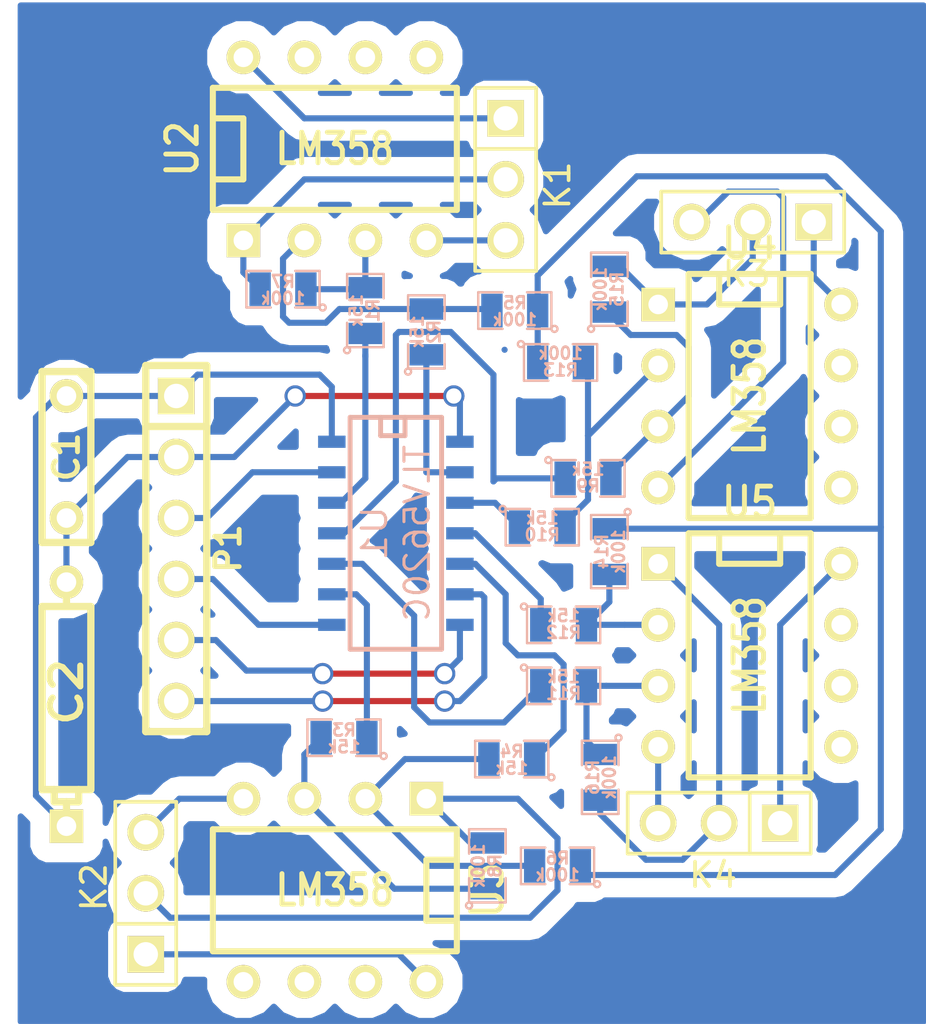
<source format=kicad_pcb>
(kicad_pcb (version 3) (host pcbnew "(2013-may-18)-stable")

  (general
    (links 53)
    (no_connects 0)
    (area 42.952999 35.967999 81.534001 78.613001)
    (thickness 1.6)
    (drawings 1)
    (tracks 177)
    (zones 0)
    (modules 28)
    (nets 36)
  )

  (page A3)
  (layers
    (15 F.Cu signal)
    (0 B.Cu signal)
    (16 B.Adhes user)
    (17 F.Adhes user)
    (18 B.Paste user)
    (19 F.Paste user)
    (20 B.SilkS user)
    (21 F.SilkS user)
    (22 B.Mask user)
    (23 F.Mask user)
    (24 Dwgs.User user)
    (25 Cmts.User user)
    (26 Eco1.User user)
    (27 Eco2.User user)
    (28 Edge.Cuts user)
  )

  (setup
    (last_trace_width 0.254)
    (trace_clearance 0.254)
    (zone_clearance 0.805)
    (zone_45_only no)
    (trace_min 0.254)
    (segment_width 0.2)
    (edge_width 0.15)
    (via_size 0.889)
    (via_drill 0.635)
    (via_min_size 0.889)
    (via_min_drill 0.508)
    (uvia_size 0.508)
    (uvia_drill 0.127)
    (uvias_allowed no)
    (uvia_min_size 0.508)
    (uvia_min_drill 0.127)
    (pcb_text_width 0.3)
    (pcb_text_size 1 1)
    (mod_edge_width 0.15)
    (mod_text_size 1 1)
    (mod_text_width 0.15)
    (pad_size 1 1)
    (pad_drill 0.6)
    (pad_to_mask_clearance 0)
    (aux_axis_origin 0 0)
    (visible_elements FFFFFF8F)
    (pcbplotparams
      (layerselection 3178497)
      (usegerberextensions true)
      (excludeedgelayer true)
      (linewidth 0.150000)
      (plotframeref false)
      (viasonmask false)
      (mode 1)
      (useauxorigin false)
      (hpglpennumber 1)
      (hpglpenspeed 20)
      (hpglpendiameter 15)
      (hpglpenoverlay 2)
      (psnegative false)
      (psa4output false)
      (plotreference true)
      (plotvalue true)
      (plotothertext true)
      (plotinvisibletext false)
      (padsonsilk false)
      (subtractmaskfromsilk false)
      (outputformat 1)
      (mirror false)
      (drillshape 1)
      (scaleselection 1)
      (outputdirectory ""))
  )

  (net 0 "")
  (net 1 GND)
  (net 2 N-000001)
  (net 3 N-0000010)
  (net 4 N-0000011)
  (net 5 N-0000012)
  (net 6 N-0000013)
  (net 7 N-0000014)
  (net 8 N-0000015)
  (net 9 N-0000016)
  (net 10 N-0000017)
  (net 11 N-0000018)
  (net 12 N-0000019)
  (net 13 N-000002)
  (net 14 N-0000020)
  (net 15 N-0000021)
  (net 16 N-0000022)
  (net 17 N-0000023)
  (net 18 N-0000024)
  (net 19 N-0000025)
  (net 20 N-0000026)
  (net 21 N-0000027)
  (net 22 N-0000028)
  (net 23 N-0000029)
  (net 24 N-000003)
  (net 25 N-0000030)
  (net 26 N-0000031)
  (net 27 N-0000032)
  (net 28 N-0000034)
  (net 29 N-0000035)
  (net 30 N-000004)
  (net 31 N-000005)
  (net 32 N-000006)
  (net 33 N-000007)
  (net 34 N-000008)
  (net 35 N-000009)

  (net_class Default "This is the default net class."
    (clearance 0.254)
    (trace_width 0.254)
    (via_dia 0.889)
    (via_drill 0.635)
    (uvia_dia 0.508)
    (uvia_drill 0.127)
    (add_net "")
    (add_net GND)
    (add_net N-000001)
    (add_net N-0000010)
    (add_net N-0000011)
    (add_net N-0000012)
    (add_net N-0000013)
    (add_net N-0000014)
    (add_net N-0000015)
    (add_net N-0000016)
    (add_net N-0000017)
    (add_net N-0000018)
    (add_net N-0000019)
    (add_net N-000002)
    (add_net N-0000020)
    (add_net N-0000021)
    (add_net N-0000022)
    (add_net N-0000023)
    (add_net N-0000024)
    (add_net N-0000025)
    (add_net N-0000026)
    (add_net N-0000027)
    (add_net N-0000028)
    (add_net N-0000029)
    (add_net N-000003)
    (add_net N-0000030)
    (add_net N-0000031)
    (add_net N-0000032)
    (add_net N-0000034)
    (add_net N-0000035)
    (add_net N-000004)
    (add_net N-000005)
    (add_net N-000006)
    (add_net N-000007)
    (add_net N-000008)
    (add_net N-000009)
  )

  (module SO14E (layer B.Cu) (tedit 42806FBF) (tstamp 528FBBA1)
    (at 59.309 58.166 270)
    (descr "module CMS SOJ 14 pins etroit")
    (tags "CMS SOJ")
    (path /528A7C34)
    (attr smd)
    (fp_text reference U1 (at 0 0.762 270) (layer B.SilkS)
      (effects (font (size 1.016 1.143) (thickness 0.127)) (justify mirror))
    )
    (fp_text value TLV5620C (at 0 -1.016 270) (layer B.SilkS)
      (effects (font (size 1.016 1.016) (thickness 0.127)) (justify mirror))
    )
    (fp_line (start -4.826 1.778) (end 4.826 1.778) (layer B.SilkS) (width 0.2032))
    (fp_line (start 4.826 1.778) (end 4.826 -2.032) (layer B.SilkS) (width 0.2032))
    (fp_line (start 4.826 -2.032) (end -4.826 -2.032) (layer B.SilkS) (width 0.2032))
    (fp_line (start -4.826 -2.032) (end -4.826 1.778) (layer B.SilkS) (width 0.2032))
    (fp_line (start -4.826 0.508) (end -4.064 0.508) (layer B.SilkS) (width 0.2032))
    (fp_line (start -4.064 0.508) (end -4.064 -0.508) (layer B.SilkS) (width 0.2032))
    (fp_line (start -4.064 -0.508) (end -4.826 -0.508) (layer B.SilkS) (width 0.2032))
    (pad 1 smd rect (at -3.81 -2.794 270) (size 0.508 1.143)
      (layers B.Cu B.Paste B.Mask)
      (net 21 N-0000027)
    )
    (pad 2 smd rect (at -2.54 -2.794 270) (size 0.508 1.143)
      (layers B.Cu B.Paste B.Mask)
      (net 30 N-000004)
    )
    (pad 3 smd rect (at -1.27 -2.794 270) (size 0.508 1.143)
      (layers B.Cu B.Paste B.Mask)
      (net 22 N-0000028)
    )
    (pad 4 smd rect (at 0 -2.794 270) (size 0.508 1.143)
      (layers B.Cu B.Paste B.Mask)
      (net 32 N-000006)
    )
    (pad 5 smd rect (at 1.27 -2.794 270) (size 0.508 1.143)
      (layers B.Cu B.Paste B.Mask)
      (net 33 N-000007)
    )
    (pad 6 smd rect (at 2.54 -2.794 270) (size 0.508 1.143)
      (layers B.Cu B.Paste B.Mask)
      (net 4 N-0000011)
    )
    (pad 7 smd rect (at 3.81 -2.794 270) (size 0.508 1.143)
      (layers B.Cu B.Paste B.Mask)
      (net 3 N-0000010)
    )
    (pad 8 smd rect (at 3.81 2.54 270) (size 0.508 1.143)
      (layers B.Cu B.Paste B.Mask)
      (net 35 N-000009)
    )
    (pad 9 smd rect (at 2.54 2.54 270) (size 0.508 1.143)
      (layers B.Cu B.Paste B.Mask)
      (net 2 N-000001)
    )
    (pad 10 smd rect (at 1.27 2.54 270) (size 0.508 1.143)
      (layers B.Cu B.Paste B.Mask)
      (net 31 N-000005)
    )
    (pad 11 smd rect (at 0 2.54 270) (size 0.508 1.143)
      (layers B.Cu B.Paste B.Mask)
      (net 19 N-0000025)
    )
    (pad 12 smd rect (at -1.27 2.54 270) (size 0.508 1.143)
      (layers B.Cu B.Paste B.Mask)
      (net 24 N-000003)
    )
    (pad 13 smd rect (at -2.54 2.54 270) (size 0.508 1.143)
      (layers B.Cu B.Paste B.Mask)
      (net 34 N-000008)
    )
    (pad 14 smd rect (at -3.81 2.54 270) (size 0.508 1.143)
      (layers B.Cu B.Paste B.Mask)
      (net 20 N-0000026)
    )
    (model smd/cms_so14.wrl
      (at (xyz 0 0 0))
      (scale (xyz 0.5 0.3 0.5))
      (rotate (xyz 0 0 0))
    )
  )

  (module SM0805 (layer B.Cu) (tedit 5091495C) (tstamp 528FC49C)
    (at 60.706 49.784 90)
    (path /528A7E2D)
    (attr smd)
    (fp_text reference R2 (at 0 0.3175 90) (layer B.SilkS)
      (effects (font (size 0.50038 0.50038) (thickness 0.10922)) (justify mirror))
    )
    (fp_text value 15k (at 0 -0.381 90) (layer B.SilkS)
      (effects (font (size 0.50038 0.50038) (thickness 0.10922)) (justify mirror))
    )
    (fp_circle (center -1.651 -0.762) (end -1.651 -0.635) (layer B.SilkS) (width 0.09906))
    (fp_line (start -0.508 -0.762) (end -1.524 -0.762) (layer B.SilkS) (width 0.09906))
    (fp_line (start -1.524 -0.762) (end -1.524 0.762) (layer B.SilkS) (width 0.09906))
    (fp_line (start -1.524 0.762) (end -0.508 0.762) (layer B.SilkS) (width 0.09906))
    (fp_line (start 0.508 0.762) (end 1.524 0.762) (layer B.SilkS) (width 0.09906))
    (fp_line (start 1.524 0.762) (end 1.524 -0.762) (layer B.SilkS) (width 0.09906))
    (fp_line (start 1.524 -0.762) (end 0.508 -0.762) (layer B.SilkS) (width 0.09906))
    (pad 1 smd rect (at -0.9525 0 90) (size 0.889 1.397)
      (layers B.Cu B.Paste B.Mask)
      (net 30 N-000004)
    )
    (pad 2 smd rect (at 0.9525 0 90) (size 0.889 1.397)
      (layers B.Cu B.Paste B.Mask)
      (net 28 N-0000034)
    )
    (model smd/chip_cms.wrl
      (at (xyz 0 0 0))
      (scale (xyz 0.1 0.1 0.1))
      (rotate (xyz 0 0 0))
    )
  )

  (module SM0805 (layer B.Cu) (tedit 5091495C) (tstamp 528FBBBB)
    (at 68.326 48.006 90)
    (path /528A7EA5)
    (attr smd)
    (fp_text reference R15 (at 0 0.3175 90) (layer B.SilkS)
      (effects (font (size 0.50038 0.50038) (thickness 0.10922)) (justify mirror))
    )
    (fp_text value 100k (at 0 -0.381 90) (layer B.SilkS)
      (effects (font (size 0.50038 0.50038) (thickness 0.10922)) (justify mirror))
    )
    (fp_circle (center -1.651 -0.762) (end -1.651 -0.635) (layer B.SilkS) (width 0.09906))
    (fp_line (start -0.508 -0.762) (end -1.524 -0.762) (layer B.SilkS) (width 0.09906))
    (fp_line (start -1.524 -0.762) (end -1.524 0.762) (layer B.SilkS) (width 0.09906))
    (fp_line (start -1.524 0.762) (end -0.508 0.762) (layer B.SilkS) (width 0.09906))
    (fp_line (start 0.508 0.762) (end 1.524 0.762) (layer B.SilkS) (width 0.09906))
    (fp_line (start 1.524 0.762) (end 1.524 -0.762) (layer B.SilkS) (width 0.09906))
    (fp_line (start 1.524 -0.762) (end 0.508 -0.762) (layer B.SilkS) (width 0.09906))
    (pad 1 smd rect (at -0.9525 0 90) (size 0.889 1.397)
      (layers B.Cu B.Paste B.Mask)
      (net 11 N-0000018)
    )
    (pad 2 smd rect (at 0.9525 0 90) (size 0.889 1.397)
      (layers B.Cu B.Paste B.Mask)
      (net 13 N-000002)
    )
    (model smd/chip_cms.wrl
      (at (xyz 0 0 0))
      (scale (xyz 0.1 0.1 0.1))
      (rotate (xyz 0 0 0))
    )
  )

  (module SM0805 (layer B.Cu) (tedit 5091495C) (tstamp 528FBBC8)
    (at 65.532 57.912)
    (path /528A7E9F)
    (attr smd)
    (fp_text reference R10 (at 0 0.3175) (layer B.SilkS)
      (effects (font (size 0.50038 0.50038) (thickness 0.10922)) (justify mirror))
    )
    (fp_text value 15k (at 0 -0.381) (layer B.SilkS)
      (effects (font (size 0.50038 0.50038) (thickness 0.10922)) (justify mirror))
    )
    (fp_circle (center -1.651 -0.762) (end -1.651 -0.635) (layer B.SilkS) (width 0.09906))
    (fp_line (start -0.508 -0.762) (end -1.524 -0.762) (layer B.SilkS) (width 0.09906))
    (fp_line (start -1.524 -0.762) (end -1.524 0.762) (layer B.SilkS) (width 0.09906))
    (fp_line (start -1.524 0.762) (end -0.508 0.762) (layer B.SilkS) (width 0.09906))
    (fp_line (start 0.508 0.762) (end 1.524 0.762) (layer B.SilkS) (width 0.09906))
    (fp_line (start 1.524 0.762) (end 1.524 -0.762) (layer B.SilkS) (width 0.09906))
    (fp_line (start 1.524 -0.762) (end 0.508 -0.762) (layer B.SilkS) (width 0.09906))
    (pad 1 smd rect (at -0.9525 0) (size 0.889 1.397)
      (layers B.Cu B.Paste B.Mask)
      (net 22 N-0000028)
    )
    (pad 2 smd rect (at 0.9525 0) (size 0.889 1.397)
      (layers B.Cu B.Paste B.Mask)
      (net 10 N-0000017)
    )
    (model smd/chip_cms.wrl
      (at (xyz 0 0 0))
      (scale (xyz 0.1 0.1 0.1))
      (rotate (xyz 0 0 0))
    )
  )

  (module SM0805 (layer B.Cu) (tedit 5091495C) (tstamp 528FBBD5)
    (at 67.437 55.88)
    (path /528A7E99)
    (attr smd)
    (fp_text reference R9 (at 0 0.3175) (layer B.SilkS)
      (effects (font (size 0.50038 0.50038) (thickness 0.10922)) (justify mirror))
    )
    (fp_text value 15k (at 0 -0.381) (layer B.SilkS)
      (effects (font (size 0.50038 0.50038) (thickness 0.10922)) (justify mirror))
    )
    (fp_circle (center -1.651 -0.762) (end -1.651 -0.635) (layer B.SilkS) (width 0.09906))
    (fp_line (start -0.508 -0.762) (end -1.524 -0.762) (layer B.SilkS) (width 0.09906))
    (fp_line (start -1.524 -0.762) (end -1.524 0.762) (layer B.SilkS) (width 0.09906))
    (fp_line (start -1.524 0.762) (end -0.508 0.762) (layer B.SilkS) (width 0.09906))
    (fp_line (start 0.508 0.762) (end 1.524 0.762) (layer B.SilkS) (width 0.09906))
    (fp_line (start 1.524 0.762) (end 1.524 -0.762) (layer B.SilkS) (width 0.09906))
    (fp_line (start 1.524 -0.762) (end 0.508 -0.762) (layer B.SilkS) (width 0.09906))
    (pad 1 smd rect (at -0.9525 0) (size 0.889 1.397)
      (layers B.Cu B.Paste B.Mask)
      (net 19 N-0000025)
    )
    (pad 2 smd rect (at 0.9525 0) (size 0.889 1.397)
      (layers B.Cu B.Paste B.Mask)
      (net 11 N-0000018)
    )
    (model smd/chip_cms.wrl
      (at (xyz 0 0 0))
      (scale (xyz 0.1 0.1 0.1))
      (rotate (xyz 0 0 0))
    )
  )

  (module SM0805 (layer B.Cu) (tedit 5091495C) (tstamp 528FBBE2)
    (at 66.294 51.054)
    (path /528A7EAB)
    (attr smd)
    (fp_text reference R13 (at 0 0.3175) (layer B.SilkS)
      (effects (font (size 0.50038 0.50038) (thickness 0.10922)) (justify mirror))
    )
    (fp_text value 100k (at 0 -0.381) (layer B.SilkS)
      (effects (font (size 0.50038 0.50038) (thickness 0.10922)) (justify mirror))
    )
    (fp_circle (center -1.651 -0.762) (end -1.651 -0.635) (layer B.SilkS) (width 0.09906))
    (fp_line (start -0.508 -0.762) (end -1.524 -0.762) (layer B.SilkS) (width 0.09906))
    (fp_line (start -1.524 -0.762) (end -1.524 0.762) (layer B.SilkS) (width 0.09906))
    (fp_line (start -1.524 0.762) (end -0.508 0.762) (layer B.SilkS) (width 0.09906))
    (fp_line (start 0.508 0.762) (end 1.524 0.762) (layer B.SilkS) (width 0.09906))
    (fp_line (start 1.524 0.762) (end 1.524 -0.762) (layer B.SilkS) (width 0.09906))
    (fp_line (start 1.524 -0.762) (end 0.508 -0.762) (layer B.SilkS) (width 0.09906))
    (pad 1 smd rect (at -0.9525 0) (size 0.889 1.397)
      (layers B.Cu B.Paste B.Mask)
      (net 1 GND)
    )
    (pad 2 smd rect (at 0.9525 0) (size 0.889 1.397)
      (layers B.Cu B.Paste B.Mask)
      (net 10 N-0000017)
    )
    (model smd/chip_cms.wrl
      (at (xyz 0 0 0))
      (scale (xyz 0.1 0.1 0.1))
      (rotate (xyz 0 0 0))
    )
  )

  (module SM0805 (layer B.Cu) (tedit 5091495C) (tstamp 528FBBEF)
    (at 68.326 58.928 270)
    (path /528A7E72)
    (attr smd)
    (fp_text reference R14 (at 0 0.3175 270) (layer B.SilkS)
      (effects (font (size 0.50038 0.50038) (thickness 0.10922)) (justify mirror))
    )
    (fp_text value 100k (at 0 -0.381 270) (layer B.SilkS)
      (effects (font (size 0.50038 0.50038) (thickness 0.10922)) (justify mirror))
    )
    (fp_circle (center -1.651 -0.762) (end -1.651 -0.635) (layer B.SilkS) (width 0.09906))
    (fp_line (start -0.508 -0.762) (end -1.524 -0.762) (layer B.SilkS) (width 0.09906))
    (fp_line (start -1.524 -0.762) (end -1.524 0.762) (layer B.SilkS) (width 0.09906))
    (fp_line (start -1.524 0.762) (end -0.508 0.762) (layer B.SilkS) (width 0.09906))
    (fp_line (start 0.508 0.762) (end 1.524 0.762) (layer B.SilkS) (width 0.09906))
    (fp_line (start 1.524 0.762) (end 1.524 -0.762) (layer B.SilkS) (width 0.09906))
    (fp_line (start 1.524 -0.762) (end 0.508 -0.762) (layer B.SilkS) (width 0.09906))
    (pad 1 smd rect (at -0.9525 0 270) (size 0.889 1.397)
      (layers B.Cu B.Paste B.Mask)
      (net 1 GND)
    )
    (pad 2 smd rect (at 0.9525 0 270) (size 0.889 1.397)
      (layers B.Cu B.Paste B.Mask)
      (net 8 N-0000015)
    )
    (model smd/chip_cms.wrl
      (at (xyz 0 0 0))
      (scale (xyz 0.1 0.1 0.1))
      (rotate (xyz 0 0 0))
    )
  )

  (module SM0805 (layer B.Cu) (tedit 5091495C) (tstamp 528FBBFC)
    (at 67.945 68.326 270)
    (path /528A7E6C)
    (attr smd)
    (fp_text reference R16 (at 0 0.3175 270) (layer B.SilkS)
      (effects (font (size 0.50038 0.50038) (thickness 0.10922)) (justify mirror))
    )
    (fp_text value 100k (at 0 -0.381 270) (layer B.SilkS)
      (effects (font (size 0.50038 0.50038) (thickness 0.10922)) (justify mirror))
    )
    (fp_circle (center -1.651 -0.762) (end -1.651 -0.635) (layer B.SilkS) (width 0.09906))
    (fp_line (start -0.508 -0.762) (end -1.524 -0.762) (layer B.SilkS) (width 0.09906))
    (fp_line (start -1.524 -0.762) (end -1.524 0.762) (layer B.SilkS) (width 0.09906))
    (fp_line (start -1.524 0.762) (end -0.508 0.762) (layer B.SilkS) (width 0.09906))
    (fp_line (start 0.508 0.762) (end 1.524 0.762) (layer B.SilkS) (width 0.09906))
    (fp_line (start 1.524 0.762) (end 1.524 -0.762) (layer B.SilkS) (width 0.09906))
    (fp_line (start 1.524 -0.762) (end 0.508 -0.762) (layer B.SilkS) (width 0.09906))
    (pad 1 smd rect (at -0.9525 0 270) (size 0.889 1.397)
      (layers B.Cu B.Paste B.Mask)
      (net 5 N-0000012)
    )
    (pad 2 smd rect (at 0.9525 0 270) (size 0.889 1.397)
      (layers B.Cu B.Paste B.Mask)
      (net 9 N-0000016)
    )
    (model smd/chip_cms.wrl
      (at (xyz 0 0 0))
      (scale (xyz 0.1 0.1 0.1))
      (rotate (xyz 0 0 0))
    )
  )

  (module SM0805 (layer B.Cu) (tedit 5091495C) (tstamp 528FBC09)
    (at 66.421 61.976)
    (path /528A7E66)
    (attr smd)
    (fp_text reference R12 (at 0 0.3175) (layer B.SilkS)
      (effects (font (size 0.50038 0.50038) (thickness 0.10922)) (justify mirror))
    )
    (fp_text value 15k (at 0 -0.381) (layer B.SilkS)
      (effects (font (size 0.50038 0.50038) (thickness 0.10922)) (justify mirror))
    )
    (fp_circle (center -1.651 -0.762) (end -1.651 -0.635) (layer B.SilkS) (width 0.09906))
    (fp_line (start -0.508 -0.762) (end -1.524 -0.762) (layer B.SilkS) (width 0.09906))
    (fp_line (start -1.524 -0.762) (end -1.524 0.762) (layer B.SilkS) (width 0.09906))
    (fp_line (start -1.524 0.762) (end -0.508 0.762) (layer B.SilkS) (width 0.09906))
    (fp_line (start 0.508 0.762) (end 1.524 0.762) (layer B.SilkS) (width 0.09906))
    (fp_line (start 1.524 0.762) (end 1.524 -0.762) (layer B.SilkS) (width 0.09906))
    (fp_line (start 1.524 -0.762) (end 0.508 -0.762) (layer B.SilkS) (width 0.09906))
    (pad 1 smd rect (at -0.9525 0) (size 0.889 1.397)
      (layers B.Cu B.Paste B.Mask)
      (net 32 N-000006)
    )
    (pad 2 smd rect (at 0.9525 0) (size 0.889 1.397)
      (layers B.Cu B.Paste B.Mask)
      (net 8 N-0000015)
    )
    (model smd/chip_cms.wrl
      (at (xyz 0 0 0))
      (scale (xyz 0.1 0.1 0.1))
      (rotate (xyz 0 0 0))
    )
  )

  (module SM0805 (layer B.Cu) (tedit 5091495C) (tstamp 528FBC16)
    (at 66.421 64.516)
    (path /528A7E60)
    (attr smd)
    (fp_text reference R11 (at 0 0.3175) (layer B.SilkS)
      (effects (font (size 0.50038 0.50038) (thickness 0.10922)) (justify mirror))
    )
    (fp_text value 15k (at 0 -0.381) (layer B.SilkS)
      (effects (font (size 0.50038 0.50038) (thickness 0.10922)) (justify mirror))
    )
    (fp_circle (center -1.651 -0.762) (end -1.651 -0.635) (layer B.SilkS) (width 0.09906))
    (fp_line (start -0.508 -0.762) (end -1.524 -0.762) (layer B.SilkS) (width 0.09906))
    (fp_line (start -1.524 -0.762) (end -1.524 0.762) (layer B.SilkS) (width 0.09906))
    (fp_line (start -1.524 0.762) (end -0.508 0.762) (layer B.SilkS) (width 0.09906))
    (fp_line (start 0.508 0.762) (end 1.524 0.762) (layer B.SilkS) (width 0.09906))
    (fp_line (start 1.524 0.762) (end 1.524 -0.762) (layer B.SilkS) (width 0.09906))
    (fp_line (start 1.524 -0.762) (end 0.508 -0.762) (layer B.SilkS) (width 0.09906))
    (pad 1 smd rect (at -0.9525 0) (size 0.889 1.397)
      (layers B.Cu B.Paste B.Mask)
      (net 31 N-000005)
    )
    (pad 2 smd rect (at 0.9525 0) (size 0.889 1.397)
      (layers B.Cu B.Paste B.Mask)
      (net 5 N-0000012)
    )
    (model smd/chip_cms.wrl
      (at (xyz 0 0 0))
      (scale (xyz 0.1 0.1 0.1))
      (rotate (xyz 0 0 0))
    )
  )

  (module SM0805 (layer B.Cu) (tedit 5091495C) (tstamp 528FBC23)
    (at 64.389 48.895 180)
    (path /528A7E39)
    (attr smd)
    (fp_text reference R5 (at 0 0.3175 180) (layer B.SilkS)
      (effects (font (size 0.50038 0.50038) (thickness 0.10922)) (justify mirror))
    )
    (fp_text value 100k (at 0 -0.381 180) (layer B.SilkS)
      (effects (font (size 0.50038 0.50038) (thickness 0.10922)) (justify mirror))
    )
    (fp_circle (center -1.651 -0.762) (end -1.651 -0.635) (layer B.SilkS) (width 0.09906))
    (fp_line (start -0.508 -0.762) (end -1.524 -0.762) (layer B.SilkS) (width 0.09906))
    (fp_line (start -1.524 -0.762) (end -1.524 0.762) (layer B.SilkS) (width 0.09906))
    (fp_line (start -1.524 0.762) (end -0.508 0.762) (layer B.SilkS) (width 0.09906))
    (fp_line (start 0.508 0.762) (end 1.524 0.762) (layer B.SilkS) (width 0.09906))
    (fp_line (start 1.524 0.762) (end 1.524 -0.762) (layer B.SilkS) (width 0.09906))
    (fp_line (start 1.524 -0.762) (end 0.508 -0.762) (layer B.SilkS) (width 0.09906))
    (pad 1 smd rect (at -0.9525 0 180) (size 0.889 1.397)
      (layers B.Cu B.Paste B.Mask)
      (net 1 GND)
    )
    (pad 2 smd rect (at 0.9525 0 180) (size 0.889 1.397)
      (layers B.Cu B.Paste B.Mask)
      (net 28 N-0000034)
    )
    (model smd/chip_cms.wrl
      (at (xyz 0 0 0))
      (scale (xyz 0.1 0.1 0.1))
      (rotate (xyz 0 0 0))
    )
  )

  (module SM0805 (layer B.Cu) (tedit 5091495C) (tstamp 528FBC30)
    (at 54.737 48.006 180)
    (path /528A7E33)
    (attr smd)
    (fp_text reference R7 (at 0 0.3175 180) (layer B.SilkS)
      (effects (font (size 0.50038 0.50038) (thickness 0.10922)) (justify mirror))
    )
    (fp_text value 100k (at 0 -0.381 180) (layer B.SilkS)
      (effects (font (size 0.50038 0.50038) (thickness 0.10922)) (justify mirror))
    )
    (fp_circle (center -1.651 -0.762) (end -1.651 -0.635) (layer B.SilkS) (width 0.09906))
    (fp_line (start -0.508 -0.762) (end -1.524 -0.762) (layer B.SilkS) (width 0.09906))
    (fp_line (start -1.524 -0.762) (end -1.524 0.762) (layer B.SilkS) (width 0.09906))
    (fp_line (start -1.524 0.762) (end -0.508 0.762) (layer B.SilkS) (width 0.09906))
    (fp_line (start 0.508 0.762) (end 1.524 0.762) (layer B.SilkS) (width 0.09906))
    (fp_line (start 1.524 0.762) (end 1.524 -0.762) (layer B.SilkS) (width 0.09906))
    (fp_line (start 1.524 -0.762) (end 0.508 -0.762) (layer B.SilkS) (width 0.09906))
    (pad 1 smd rect (at -0.9525 0 180) (size 0.889 1.397)
      (layers B.Cu B.Paste B.Mask)
      (net 6 N-0000013)
    )
    (pad 2 smd rect (at 0.9525 0 180) (size 0.889 1.397)
      (layers B.Cu B.Paste B.Mask)
      (net 7 N-0000014)
    )
    (model smd/chip_cms.wrl
      (at (xyz 0 0 0))
      (scale (xyz 0.1 0.1 0.1))
      (rotate (xyz 0 0 0))
    )
  )

  (module SM0805 (layer B.Cu) (tedit 5091495C) (tstamp 528FBC3D)
    (at 58.166 48.895 90)
    (path /528A7E27)
    (attr smd)
    (fp_text reference R1 (at 0 0.3175 90) (layer B.SilkS)
      (effects (font (size 0.50038 0.50038) (thickness 0.10922)) (justify mirror))
    )
    (fp_text value 15k (at 0 -0.381 90) (layer B.SilkS)
      (effects (font (size 0.50038 0.50038) (thickness 0.10922)) (justify mirror))
    )
    (fp_circle (center -1.651 -0.762) (end -1.651 -0.635) (layer B.SilkS) (width 0.09906))
    (fp_line (start -0.508 -0.762) (end -1.524 -0.762) (layer B.SilkS) (width 0.09906))
    (fp_line (start -1.524 -0.762) (end -1.524 0.762) (layer B.SilkS) (width 0.09906))
    (fp_line (start -1.524 0.762) (end -0.508 0.762) (layer B.SilkS) (width 0.09906))
    (fp_line (start 0.508 0.762) (end 1.524 0.762) (layer B.SilkS) (width 0.09906))
    (fp_line (start 1.524 0.762) (end 1.524 -0.762) (layer B.SilkS) (width 0.09906))
    (fp_line (start 1.524 -0.762) (end 0.508 -0.762) (layer B.SilkS) (width 0.09906))
    (pad 1 smd rect (at -0.9525 0 90) (size 0.889 1.397)
      (layers B.Cu B.Paste B.Mask)
      (net 24 N-000003)
    )
    (pad 2 smd rect (at 0.9525 0 90) (size 0.889 1.397)
      (layers B.Cu B.Paste B.Mask)
      (net 6 N-0000013)
    )
    (model smd/chip_cms.wrl
      (at (xyz 0 0 0))
      (scale (xyz 0.1 0.1 0.1))
      (rotate (xyz 0 0 0))
    )
  )

  (module SM0805 (layer B.Cu) (tedit 5091495C) (tstamp 528FBC4A)
    (at 66.167 72.009 180)
    (path /528A7D47)
    (attr smd)
    (fp_text reference R6 (at 0 0.3175 180) (layer B.SilkS)
      (effects (font (size 0.50038 0.50038) (thickness 0.10922)) (justify mirror))
    )
    (fp_text value 100k (at 0 -0.381 180) (layer B.SilkS)
      (effects (font (size 0.50038 0.50038) (thickness 0.10922)) (justify mirror))
    )
    (fp_circle (center -1.651 -0.762) (end -1.651 -0.635) (layer B.SilkS) (width 0.09906))
    (fp_line (start -0.508 -0.762) (end -1.524 -0.762) (layer B.SilkS) (width 0.09906))
    (fp_line (start -1.524 -0.762) (end -1.524 0.762) (layer B.SilkS) (width 0.09906))
    (fp_line (start -1.524 0.762) (end -0.508 0.762) (layer B.SilkS) (width 0.09906))
    (fp_line (start 0.508 0.762) (end 1.524 0.762) (layer B.SilkS) (width 0.09906))
    (fp_line (start 1.524 0.762) (end 1.524 -0.762) (layer B.SilkS) (width 0.09906))
    (fp_line (start 1.524 -0.762) (end 0.508 -0.762) (layer B.SilkS) (width 0.09906))
    (pad 1 smd rect (at -0.9525 0 180) (size 0.889 1.397)
      (layers B.Cu B.Paste B.Mask)
      (net 1 GND)
    )
    (pad 2 smd rect (at 0.9525 0 180) (size 0.889 1.397)
      (layers B.Cu B.Paste B.Mask)
      (net 27 N-0000032)
    )
    (model smd/chip_cms.wrl
      (at (xyz 0 0 0))
      (scale (xyz 0.1 0.1 0.1))
      (rotate (xyz 0 0 0))
    )
  )

  (module SM0805 (layer B.Cu) (tedit 5091495C) (tstamp 528FBC57)
    (at 63.246 72.009 90)
    (path /528A7D41)
    (attr smd)
    (fp_text reference R8 (at 0 0.3175 90) (layer B.SilkS)
      (effects (font (size 0.50038 0.50038) (thickness 0.10922)) (justify mirror))
    )
    (fp_text value 100k (at 0 -0.381 90) (layer B.SilkS)
      (effects (font (size 0.50038 0.50038) (thickness 0.10922)) (justify mirror))
    )
    (fp_circle (center -1.651 -0.762) (end -1.651 -0.635) (layer B.SilkS) (width 0.09906))
    (fp_line (start -0.508 -0.762) (end -1.524 -0.762) (layer B.SilkS) (width 0.09906))
    (fp_line (start -1.524 -0.762) (end -1.524 0.762) (layer B.SilkS) (width 0.09906))
    (fp_line (start -1.524 0.762) (end -0.508 0.762) (layer B.SilkS) (width 0.09906))
    (fp_line (start 0.508 0.762) (end 1.524 0.762) (layer B.SilkS) (width 0.09906))
    (fp_line (start 1.524 0.762) (end 1.524 -0.762) (layer B.SilkS) (width 0.09906))
    (fp_line (start 1.524 -0.762) (end 0.508 -0.762) (layer B.SilkS) (width 0.09906))
    (pad 1 smd rect (at -0.9525 0 90) (size 0.889 1.397)
      (layers B.Cu B.Paste B.Mask)
      (net 26 N-0000031)
    )
    (pad 2 smd rect (at 0.9525 0 90) (size 0.889 1.397)
      (layers B.Cu B.Paste B.Mask)
      (net 29 N-0000035)
    )
    (model smd/chip_cms.wrl
      (at (xyz 0 0 0))
      (scale (xyz 0.1 0.1 0.1))
      (rotate (xyz 0 0 0))
    )
  )

  (module SM0805 (layer B.Cu) (tedit 5091495C) (tstamp 528FBC64)
    (at 64.262 67.564 180)
    (path /528A7D3B)
    (attr smd)
    (fp_text reference R4 (at 0 0.3175 180) (layer B.SilkS)
      (effects (font (size 0.50038 0.50038) (thickness 0.10922)) (justify mirror))
    )
    (fp_text value 15k (at 0 -0.381 180) (layer B.SilkS)
      (effects (font (size 0.50038 0.50038) (thickness 0.10922)) (justify mirror))
    )
    (fp_circle (center -1.651 -0.762) (end -1.651 -0.635) (layer B.SilkS) (width 0.09906))
    (fp_line (start -0.508 -0.762) (end -1.524 -0.762) (layer B.SilkS) (width 0.09906))
    (fp_line (start -1.524 -0.762) (end -1.524 0.762) (layer B.SilkS) (width 0.09906))
    (fp_line (start -1.524 0.762) (end -0.508 0.762) (layer B.SilkS) (width 0.09906))
    (fp_line (start 0.508 0.762) (end 1.524 0.762) (layer B.SilkS) (width 0.09906))
    (fp_line (start 1.524 0.762) (end 1.524 -0.762) (layer B.SilkS) (width 0.09906))
    (fp_line (start 1.524 -0.762) (end 0.508 -0.762) (layer B.SilkS) (width 0.09906))
    (pad 1 smd rect (at -0.9525 0 180) (size 0.889 1.397)
      (layers B.Cu B.Paste B.Mask)
      (net 33 N-000007)
    )
    (pad 2 smd rect (at 0.9525 0 180) (size 0.889 1.397)
      (layers B.Cu B.Paste B.Mask)
      (net 27 N-0000032)
    )
    (model smd/chip_cms.wrl
      (at (xyz 0 0 0))
      (scale (xyz 0.1 0.1 0.1))
      (rotate (xyz 0 0 0))
    )
  )

  (module SM0805 (layer B.Cu) (tedit 5091495C) (tstamp 528FBC71)
    (at 57.277 66.675 180)
    (path /528A7D2E)
    (attr smd)
    (fp_text reference R3 (at 0 0.3175 180) (layer B.SilkS)
      (effects (font (size 0.50038 0.50038) (thickness 0.10922)) (justify mirror))
    )
    (fp_text value 15k (at 0 -0.381 180) (layer B.SilkS)
      (effects (font (size 0.50038 0.50038) (thickness 0.10922)) (justify mirror))
    )
    (fp_circle (center -1.651 -0.762) (end -1.651 -0.635) (layer B.SilkS) (width 0.09906))
    (fp_line (start -0.508 -0.762) (end -1.524 -0.762) (layer B.SilkS) (width 0.09906))
    (fp_line (start -1.524 -0.762) (end -1.524 0.762) (layer B.SilkS) (width 0.09906))
    (fp_line (start -1.524 0.762) (end -0.508 0.762) (layer B.SilkS) (width 0.09906))
    (fp_line (start 0.508 0.762) (end 1.524 0.762) (layer B.SilkS) (width 0.09906))
    (fp_line (start 1.524 0.762) (end 1.524 -0.762) (layer B.SilkS) (width 0.09906))
    (fp_line (start 1.524 -0.762) (end 0.508 -0.762) (layer B.SilkS) (width 0.09906))
    (pad 1 smd rect (at -0.9525 0 180) (size 0.889 1.397)
      (layers B.Cu B.Paste B.Mask)
      (net 2 N-000001)
    )
    (pad 2 smd rect (at 0.9525 0 180) (size 0.889 1.397)
      (layers B.Cu B.Paste B.Mask)
      (net 26 N-0000031)
    )
    (model smd/chip_cms.wrl
      (at (xyz 0 0 0))
      (scale (xyz 0.1 0.1 0.1))
      (rotate (xyz 0 0 0))
    )
  )

  (module PIN_ARRAY_3X1 (layer F.Cu) (tedit 4C1130E0) (tstamp 528FBC7D)
    (at 64.008 43.434 270)
    (descr "Connecteur 3 pins")
    (tags "CONN DEV")
    (path /528A87EF)
    (fp_text reference K1 (at 0.254 -2.159 270) (layer F.SilkS)
      (effects (font (size 1.016 1.016) (thickness 0.1524)))
    )
    (fp_text value CONN_3 (at 0 -2.159 270) (layer F.SilkS) hide
      (effects (font (size 1.016 1.016) (thickness 0.1524)))
    )
    (fp_line (start -3.81 1.27) (end -3.81 -1.27) (layer F.SilkS) (width 0.1524))
    (fp_line (start -3.81 -1.27) (end 3.81 -1.27) (layer F.SilkS) (width 0.1524))
    (fp_line (start 3.81 -1.27) (end 3.81 1.27) (layer F.SilkS) (width 0.1524))
    (fp_line (start 3.81 1.27) (end -3.81 1.27) (layer F.SilkS) (width 0.1524))
    (fp_line (start -1.27 -1.27) (end -1.27 1.27) (layer F.SilkS) (width 0.1524))
    (pad 1 thru_hole rect (at -2.54 0 270) (size 1.524 1.524) (drill 1.016)
      (layers *.Cu *.Mask F.SilkS)
      (net 23 N-0000029)
    )
    (pad 2 thru_hole circle (at 0 0 270) (size 1.524 1.524) (drill 1.016)
      (layers *.Cu *.Mask F.SilkS)
      (net 7 N-0000014)
    )
    (pad 3 thru_hole circle (at 2.54 0 270) (size 1.524 1.524) (drill 1.016)
      (layers *.Cu *.Mask F.SilkS)
      (net 25 N-0000030)
    )
    (model pin_array/pins_array_3x1.wrl
      (at (xyz 0 0 0))
      (scale (xyz 1 1 1))
      (rotate (xyz 0 0 0))
    )
  )

  (module PIN_ARRAY_3X1 (layer F.Cu) (tedit 4C1130E0) (tstamp 528FBC89)
    (at 74.295 45.212 180)
    (descr "Connecteur 3 pins")
    (tags "CONN DEV")
    (path /528A87FC)
    (fp_text reference K3 (at 0.254 -2.159 180) (layer F.SilkS)
      (effects (font (size 1.016 1.016) (thickness 0.1524)))
    )
    (fp_text value CONN_3 (at 0 -2.159 180) (layer F.SilkS) hide
      (effects (font (size 1.016 1.016) (thickness 0.1524)))
    )
    (fp_line (start -3.81 1.27) (end -3.81 -1.27) (layer F.SilkS) (width 0.1524))
    (fp_line (start -3.81 -1.27) (end 3.81 -1.27) (layer F.SilkS) (width 0.1524))
    (fp_line (start 3.81 -1.27) (end 3.81 1.27) (layer F.SilkS) (width 0.1524))
    (fp_line (start 3.81 1.27) (end -3.81 1.27) (layer F.SilkS) (width 0.1524))
    (fp_line (start -1.27 -1.27) (end -1.27 1.27) (layer F.SilkS) (width 0.1524))
    (pad 1 thru_hole rect (at -2.54 0 180) (size 1.524 1.524) (drill 1.016)
      (layers *.Cu *.Mask F.SilkS)
      (net 12 N-0000019)
    )
    (pad 2 thru_hole circle (at 0 0 180) (size 1.524 1.524) (drill 1.016)
      (layers *.Cu *.Mask F.SilkS)
      (net 13 N-000002)
    )
    (pad 3 thru_hole circle (at 2.54 0 180) (size 1.524 1.524) (drill 1.016)
      (layers *.Cu *.Mask F.SilkS)
      (net 16 N-0000022)
    )
    (model pin_array/pins_array_3x1.wrl
      (at (xyz 0 0 0))
      (scale (xyz 1 1 1))
      (rotate (xyz 0 0 0))
    )
  )

  (module PIN_ARRAY_3X1 (layer F.Cu) (tedit 4C1130E0) (tstamp 528FBC95)
    (at 49.022 73.152 90)
    (descr "Connecteur 3 pins")
    (tags "CONN DEV")
    (path /528A8802)
    (fp_text reference K2 (at 0.254 -2.159 90) (layer F.SilkS)
      (effects (font (size 1.016 1.016) (thickness 0.1524)))
    )
    (fp_text value CONN_3 (at 0 -2.159 90) (layer F.SilkS) hide
      (effects (font (size 1.016 1.016) (thickness 0.1524)))
    )
    (fp_line (start -3.81 1.27) (end -3.81 -1.27) (layer F.SilkS) (width 0.1524))
    (fp_line (start -3.81 -1.27) (end 3.81 -1.27) (layer F.SilkS) (width 0.1524))
    (fp_line (start 3.81 -1.27) (end 3.81 1.27) (layer F.SilkS) (width 0.1524))
    (fp_line (start 3.81 1.27) (end -3.81 1.27) (layer F.SilkS) (width 0.1524))
    (fp_line (start -1.27 -1.27) (end -1.27 1.27) (layer F.SilkS) (width 0.1524))
    (pad 1 thru_hole rect (at -2.54 0 90) (size 1.524 1.524) (drill 1.016)
      (layers *.Cu *.Mask F.SilkS)
      (net 14 N-0000020)
    )
    (pad 2 thru_hole circle (at 0 0 90) (size 1.524 1.524) (drill 1.016)
      (layers *.Cu *.Mask F.SilkS)
      (net 29 N-0000035)
    )
    (pad 3 thru_hole circle (at 2.54 0 90) (size 1.524 1.524) (drill 1.016)
      (layers *.Cu *.Mask F.SilkS)
      (net 15 N-0000021)
    )
    (model pin_array/pins_array_3x1.wrl
      (at (xyz 0 0 0))
      (scale (xyz 1 1 1))
      (rotate (xyz 0 0 0))
    )
  )

  (module PIN_ARRAY_3X1 (layer F.Cu) (tedit 4C1130E0) (tstamp 528FBCA1)
    (at 72.898 70.231 180)
    (descr "Connecteur 3 pins")
    (tags "CONN DEV")
    (path /528A8808)
    (fp_text reference K4 (at 0.254 -2.159 180) (layer F.SilkS)
      (effects (font (size 1.016 1.016) (thickness 0.1524)))
    )
    (fp_text value CONN_3 (at 0 -2.159 180) (layer F.SilkS) hide
      (effects (font (size 1.016 1.016) (thickness 0.1524)))
    )
    (fp_line (start -3.81 1.27) (end -3.81 -1.27) (layer F.SilkS) (width 0.1524))
    (fp_line (start -3.81 -1.27) (end 3.81 -1.27) (layer F.SilkS) (width 0.1524))
    (fp_line (start 3.81 -1.27) (end 3.81 1.27) (layer F.SilkS) (width 0.1524))
    (fp_line (start 3.81 1.27) (end -3.81 1.27) (layer F.SilkS) (width 0.1524))
    (fp_line (start -1.27 -1.27) (end -1.27 1.27) (layer F.SilkS) (width 0.1524))
    (pad 1 thru_hole rect (at -2.54 0 180) (size 1.524 1.524) (drill 1.016)
      (layers *.Cu *.Mask F.SilkS)
      (net 17 N-0000023)
    )
    (pad 2 thru_hole circle (at 0 0 180) (size 1.524 1.524) (drill 1.016)
      (layers *.Cu *.Mask F.SilkS)
      (net 9 N-0000016)
    )
    (pad 3 thru_hole circle (at 2.54 0 180) (size 1.524 1.524) (drill 1.016)
      (layers *.Cu *.Mask F.SilkS)
      (net 18 N-0000024)
    )
    (model pin_array/pins_array_3x1.wrl
      (at (xyz 0 0 0))
      (scale (xyz 1 1 1))
      (rotate (xyz 0 0 0))
    )
  )

  (module PIN_ARRAY-6X1 (layer F.Cu) (tedit 41402119) (tstamp 528FBCB0)
    (at 50.292 58.801 270)
    (descr "Connecteur 6 pins")
    (tags "CONN DEV")
    (path /528A7C57)
    (fp_text reference P1 (at 0 -2.159 270) (layer F.SilkS)
      (effects (font (size 1.016 1.016) (thickness 0.2032)))
    )
    (fp_text value CONN_6 (at 0 2.159 270) (layer F.SilkS) hide
      (effects (font (size 1.016 0.889) (thickness 0.2032)))
    )
    (fp_line (start -7.62 1.27) (end -7.62 -1.27) (layer F.SilkS) (width 0.3048))
    (fp_line (start -7.62 -1.27) (end 7.62 -1.27) (layer F.SilkS) (width 0.3048))
    (fp_line (start 7.62 -1.27) (end 7.62 1.27) (layer F.SilkS) (width 0.3048))
    (fp_line (start 7.62 1.27) (end -7.62 1.27) (layer F.SilkS) (width 0.3048))
    (fp_line (start -5.08 1.27) (end -5.08 -1.27) (layer F.SilkS) (width 0.3048))
    (pad 1 thru_hole rect (at -6.35 0 270) (size 1.524 1.524) (drill 1.016)
      (layers *.Cu *.Mask F.SilkS)
      (net 20 N-0000026)
    )
    (pad 2 thru_hole circle (at -3.81 0 270) (size 1.524 1.524) (drill 1.016)
      (layers *.Cu *.Mask F.SilkS)
      (net 21 N-0000027)
    )
    (pad 3 thru_hole circle (at -1.27 0 270) (size 1.524 1.524) (drill 1.016)
      (layers *.Cu *.Mask F.SilkS)
      (net 34 N-000008)
    )
    (pad 4 thru_hole circle (at 1.27 0 270) (size 1.524 1.524) (drill 1.016)
      (layers *.Cu *.Mask F.SilkS)
      (net 35 N-000009)
    )
    (pad 5 thru_hole circle (at 3.81 0 270) (size 1.524 1.524) (drill 1.016)
      (layers *.Cu *.Mask F.SilkS)
      (net 3 N-0000010)
    )
    (pad 6 thru_hole circle (at 6.35 0 270) (size 1.524 1.524) (drill 1.016)
      (layers *.Cu *.Mask F.SilkS)
      (net 4 N-0000011)
    )
    (model pin_array/pins_array_6x1.wrl
      (at (xyz 0 0 0))
      (scale (xyz 1 1 1))
      (rotate (xyz 0 0 0))
    )
  )

  (module DIP-8__300 (layer F.Cu) (tedit 43A7F843) (tstamp 528FBCC3)
    (at 74.168 63.246 270)
    (descr "8 pins DIL package, round pads")
    (tags DIL)
    (path /528A7E5A)
    (fp_text reference U5 (at -6.35 0 360) (layer F.SilkS)
      (effects (font (size 1.27 1.143) (thickness 0.2032)))
    )
    (fp_text value LM358 (at 0 0 270) (layer F.SilkS)
      (effects (font (size 1.27 1.016) (thickness 0.2032)))
    )
    (fp_line (start -5.08 -1.27) (end -3.81 -1.27) (layer F.SilkS) (width 0.254))
    (fp_line (start -3.81 -1.27) (end -3.81 1.27) (layer F.SilkS) (width 0.254))
    (fp_line (start -3.81 1.27) (end -5.08 1.27) (layer F.SilkS) (width 0.254))
    (fp_line (start -5.08 -2.54) (end 5.08 -2.54) (layer F.SilkS) (width 0.254))
    (fp_line (start 5.08 -2.54) (end 5.08 2.54) (layer F.SilkS) (width 0.254))
    (fp_line (start 5.08 2.54) (end -5.08 2.54) (layer F.SilkS) (width 0.254))
    (fp_line (start -5.08 2.54) (end -5.08 -2.54) (layer F.SilkS) (width 0.254))
    (pad 1 thru_hole rect (at -3.81 3.81 270) (size 1.397 1.397) (drill 0.8128)
      (layers *.Cu *.Mask F.SilkS)
      (net 9 N-0000016)
    )
    (pad 2 thru_hole circle (at -1.27 3.81 270) (size 1.397 1.397) (drill 0.8128)
      (layers *.Cu *.Mask F.SilkS)
      (net 8 N-0000015)
    )
    (pad 3 thru_hole circle (at 1.27 3.81 270) (size 1.397 1.397) (drill 0.8128)
      (layers *.Cu *.Mask F.SilkS)
      (net 5 N-0000012)
    )
    (pad 4 thru_hole circle (at 3.81 3.81 270) (size 1.397 1.397) (drill 0.8128)
      (layers *.Cu *.Mask F.SilkS)
      (net 18 N-0000024)
    )
    (pad 5 thru_hole circle (at 3.81 -3.81 270) (size 1.397 1.397) (drill 0.8128)
      (layers *.Cu *.Mask F.SilkS)
    )
    (pad 6 thru_hole circle (at 1.27 -3.81 270) (size 1.397 1.397) (drill 0.8128)
      (layers *.Cu *.Mask F.SilkS)
    )
    (pad 7 thru_hole circle (at -1.27 -3.81 270) (size 1.397 1.397) (drill 0.8128)
      (layers *.Cu *.Mask F.SilkS)
    )
    (pad 8 thru_hole circle (at -3.81 -3.81 270) (size 1.397 1.397) (drill 0.8128)
      (layers *.Cu *.Mask F.SilkS)
      (net 17 N-0000023)
    )
    (model dil/dil_8.wrl
      (at (xyz 0 0 0))
      (scale (xyz 1 1 1))
      (rotate (xyz 0 0 0))
    )
  )

  (module DIP-8__300 (layer F.Cu) (tedit 43A7F843) (tstamp 528FBCD6)
    (at 74.168 52.451 270)
    (descr "8 pins DIL package, round pads")
    (tags DIL)
    (path /528A7E93)
    (fp_text reference U4 (at -6.35 0 360) (layer F.SilkS)
      (effects (font (size 1.27 1.143) (thickness 0.2032)))
    )
    (fp_text value LM358 (at 0 0 270) (layer F.SilkS)
      (effects (font (size 1.27 1.016) (thickness 0.2032)))
    )
    (fp_line (start -5.08 -1.27) (end -3.81 -1.27) (layer F.SilkS) (width 0.254))
    (fp_line (start -3.81 -1.27) (end -3.81 1.27) (layer F.SilkS) (width 0.254))
    (fp_line (start -3.81 1.27) (end -5.08 1.27) (layer F.SilkS) (width 0.254))
    (fp_line (start -5.08 -2.54) (end 5.08 -2.54) (layer F.SilkS) (width 0.254))
    (fp_line (start 5.08 -2.54) (end 5.08 2.54) (layer F.SilkS) (width 0.254))
    (fp_line (start 5.08 2.54) (end -5.08 2.54) (layer F.SilkS) (width 0.254))
    (fp_line (start -5.08 2.54) (end -5.08 -2.54) (layer F.SilkS) (width 0.254))
    (pad 1 thru_hole rect (at -3.81 3.81 270) (size 1.397 1.397) (drill 0.8128)
      (layers *.Cu *.Mask F.SilkS)
      (net 13 N-000002)
    )
    (pad 2 thru_hole circle (at -1.27 3.81 270) (size 1.397 1.397) (drill 0.8128)
      (layers *.Cu *.Mask F.SilkS)
      (net 10 N-0000017)
    )
    (pad 3 thru_hole circle (at 1.27 3.81 270) (size 1.397 1.397) (drill 0.8128)
      (layers *.Cu *.Mask F.SilkS)
      (net 11 N-0000018)
    )
    (pad 4 thru_hole circle (at 3.81 3.81 270) (size 1.397 1.397) (drill 0.8128)
      (layers *.Cu *.Mask F.SilkS)
      (net 16 N-0000022)
    )
    (pad 5 thru_hole circle (at 3.81 -3.81 270) (size 1.397 1.397) (drill 0.8128)
      (layers *.Cu *.Mask F.SilkS)
    )
    (pad 6 thru_hole circle (at 1.27 -3.81 270) (size 1.397 1.397) (drill 0.8128)
      (layers *.Cu *.Mask F.SilkS)
    )
    (pad 7 thru_hole circle (at -1.27 -3.81 270) (size 1.397 1.397) (drill 0.8128)
      (layers *.Cu *.Mask F.SilkS)
    )
    (pad 8 thru_hole circle (at -3.81 -3.81 270) (size 1.397 1.397) (drill 0.8128)
      (layers *.Cu *.Mask F.SilkS)
      (net 12 N-0000019)
    )
    (model dil/dil_8.wrl
      (at (xyz 0 0 0))
      (scale (xyz 1 1 1))
      (rotate (xyz 0 0 0))
    )
  )

  (module DIP-8__300 (layer F.Cu) (tedit 43A7F843) (tstamp 528FBCE9)
    (at 56.896 73.025 180)
    (descr "8 pins DIL package, round pads")
    (tags DIL)
    (path /528A751F)
    (fp_text reference U3 (at -6.35 0 270) (layer F.SilkS)
      (effects (font (size 1.27 1.143) (thickness 0.2032)))
    )
    (fp_text value LM358 (at 0 0 180) (layer F.SilkS)
      (effects (font (size 1.27 1.016) (thickness 0.2032)))
    )
    (fp_line (start -5.08 -1.27) (end -3.81 -1.27) (layer F.SilkS) (width 0.254))
    (fp_line (start -3.81 -1.27) (end -3.81 1.27) (layer F.SilkS) (width 0.254))
    (fp_line (start -3.81 1.27) (end -5.08 1.27) (layer F.SilkS) (width 0.254))
    (fp_line (start -5.08 -2.54) (end 5.08 -2.54) (layer F.SilkS) (width 0.254))
    (fp_line (start 5.08 -2.54) (end 5.08 2.54) (layer F.SilkS) (width 0.254))
    (fp_line (start 5.08 2.54) (end -5.08 2.54) (layer F.SilkS) (width 0.254))
    (fp_line (start -5.08 2.54) (end -5.08 -2.54) (layer F.SilkS) (width 0.254))
    (pad 1 thru_hole rect (at -3.81 3.81 180) (size 1.397 1.397) (drill 0.8128)
      (layers *.Cu *.Mask F.SilkS)
      (net 29 N-0000035)
    )
    (pad 2 thru_hole circle (at -1.27 3.81 180) (size 1.397 1.397) (drill 0.8128)
      (layers *.Cu *.Mask F.SilkS)
      (net 27 N-0000032)
    )
    (pad 3 thru_hole circle (at 1.27 3.81 180) (size 1.397 1.397) (drill 0.8128)
      (layers *.Cu *.Mask F.SilkS)
      (net 26 N-0000031)
    )
    (pad 4 thru_hole circle (at 3.81 3.81 180) (size 1.397 1.397) (drill 0.8128)
      (layers *.Cu *.Mask F.SilkS)
      (net 15 N-0000021)
    )
    (pad 5 thru_hole circle (at 3.81 -3.81 180) (size 1.397 1.397) (drill 0.8128)
      (layers *.Cu *.Mask F.SilkS)
    )
    (pad 6 thru_hole circle (at 1.27 -3.81 180) (size 1.397 1.397) (drill 0.8128)
      (layers *.Cu *.Mask F.SilkS)
    )
    (pad 7 thru_hole circle (at -1.27 -3.81 180) (size 1.397 1.397) (drill 0.8128)
      (layers *.Cu *.Mask F.SilkS)
    )
    (pad 8 thru_hole circle (at -3.81 -3.81 180) (size 1.397 1.397) (drill 0.8128)
      (layers *.Cu *.Mask F.SilkS)
      (net 14 N-0000020)
    )
    (model dil/dil_8.wrl
      (at (xyz 0 0 0))
      (scale (xyz 1 1 1))
      (rotate (xyz 0 0 0))
    )
  )

  (module DIP-8__300 (layer F.Cu) (tedit 43A7F843) (tstamp 528FBCFC)
    (at 56.896 42.164)
    (descr "8 pins DIL package, round pads")
    (tags DIL)
    (path /528A7E21)
    (fp_text reference U2 (at -6.35 0 90) (layer F.SilkS)
      (effects (font (size 1.27 1.143) (thickness 0.2032)))
    )
    (fp_text value LM358 (at 0 0) (layer F.SilkS)
      (effects (font (size 1.27 1.016) (thickness 0.2032)))
    )
    (fp_line (start -5.08 -1.27) (end -3.81 -1.27) (layer F.SilkS) (width 0.254))
    (fp_line (start -3.81 -1.27) (end -3.81 1.27) (layer F.SilkS) (width 0.254))
    (fp_line (start -3.81 1.27) (end -5.08 1.27) (layer F.SilkS) (width 0.254))
    (fp_line (start -5.08 -2.54) (end 5.08 -2.54) (layer F.SilkS) (width 0.254))
    (fp_line (start 5.08 -2.54) (end 5.08 2.54) (layer F.SilkS) (width 0.254))
    (fp_line (start 5.08 2.54) (end -5.08 2.54) (layer F.SilkS) (width 0.254))
    (fp_line (start -5.08 2.54) (end -5.08 -2.54) (layer F.SilkS) (width 0.254))
    (pad 1 thru_hole rect (at -3.81 3.81) (size 1.397 1.397) (drill 0.8128)
      (layers *.Cu *.Mask F.SilkS)
      (net 7 N-0000014)
    )
    (pad 2 thru_hole circle (at -1.27 3.81) (size 1.397 1.397) (drill 0.8128)
      (layers *.Cu *.Mask F.SilkS)
      (net 28 N-0000034)
    )
    (pad 3 thru_hole circle (at 1.27 3.81) (size 1.397 1.397) (drill 0.8128)
      (layers *.Cu *.Mask F.SilkS)
      (net 6 N-0000013)
    )
    (pad 4 thru_hole circle (at 3.81 3.81) (size 1.397 1.397) (drill 0.8128)
      (layers *.Cu *.Mask F.SilkS)
      (net 25 N-0000030)
    )
    (pad 5 thru_hole circle (at 3.81 -3.81) (size 1.397 1.397) (drill 0.8128)
      (layers *.Cu *.Mask F.SilkS)
    )
    (pad 6 thru_hole circle (at 1.27 -3.81) (size 1.397 1.397) (drill 0.8128)
      (layers *.Cu *.Mask F.SilkS)
    )
    (pad 7 thru_hole circle (at -1.27 -3.81) (size 1.397 1.397) (drill 0.8128)
      (layers *.Cu *.Mask F.SilkS)
    )
    (pad 8 thru_hole circle (at -3.81 -3.81) (size 1.397 1.397) (drill 0.8128)
      (layers *.Cu *.Mask F.SilkS)
      (net 23 N-0000029)
    )
    (model dil/dil_8.wrl
      (at (xyz 0 0 0))
      (scale (xyz 1 1 1))
      (rotate (xyz 0 0 0))
    )
  )

  (module CP4 (layer F.Cu) (tedit 200000) (tstamp 528FBD0C)
    (at 45.72 65.278 90)
    (descr "Condensateur polarise")
    (tags CP)
    (path /528A7D5E)
    (fp_text reference C2 (at 0.508 0 90) (layer F.SilkS)
      (effects (font (size 1.27 1.397) (thickness 0.254)))
    )
    (fp_text value 4u7 (at 0.508 0 90) (layer F.SilkS) hide
      (effects (font (size 1.27 1.143) (thickness 0.254)))
    )
    (fp_line (start 5.08 0) (end 4.064 0) (layer F.SilkS) (width 0.3048))
    (fp_line (start 4.064 0) (end 4.064 1.016) (layer F.SilkS) (width 0.3048))
    (fp_line (start 4.064 1.016) (end -3.556 1.016) (layer F.SilkS) (width 0.3048))
    (fp_line (start -3.556 1.016) (end -3.556 -1.016) (layer F.SilkS) (width 0.3048))
    (fp_line (start -3.556 -1.016) (end 4.064 -1.016) (layer F.SilkS) (width 0.3048))
    (fp_line (start 4.064 -1.016) (end 4.064 0) (layer F.SilkS) (width 0.3048))
    (fp_line (start -5.08 0) (end -4.064 0) (layer F.SilkS) (width 0.3048))
    (fp_line (start -3.556 0.508) (end -4.064 0.508) (layer F.SilkS) (width 0.3048))
    (fp_line (start -4.064 0.508) (end -4.064 -0.508) (layer F.SilkS) (width 0.3048))
    (fp_line (start -4.064 -0.508) (end -3.556 -0.508) (layer F.SilkS) (width 0.3048))
    (pad 1 thru_hole rect (at -5.08 0 90) (size 1.397 1.397) (drill 0.8128)
      (layers *.Cu *.Mask F.SilkS)
      (net 20 N-0000026)
    )
    (pad 2 thru_hole circle (at 5.08 0 90) (size 1.397 1.397) (drill 0.8128)
      (layers *.Cu *.Mask F.SilkS)
      (net 21 N-0000027)
    )
    (model discret/c_pol.wrl
      (at (xyz 0 0 0))
      (scale (xyz 0.4 0.4 0.4))
      (rotate (xyz 0 0 0))
    )
  )

  (module C2 (layer F.Cu) (tedit 200000) (tstamp 528FBD17)
    (at 45.72 54.991 270)
    (descr "Condensateur = 2 pas")
    (tags C)
    (path /528A7D4F)
    (fp_text reference C1 (at 0 0 270) (layer F.SilkS)
      (effects (font (size 1.016 1.016) (thickness 0.2032)))
    )
    (fp_text value 10n (at 0 0 270) (layer F.SilkS) hide
      (effects (font (size 1.016 1.016) (thickness 0.2032)))
    )
    (fp_line (start -3.556 -1.016) (end 3.556 -1.016) (layer F.SilkS) (width 0.3048))
    (fp_line (start 3.556 -1.016) (end 3.556 1.016) (layer F.SilkS) (width 0.3048))
    (fp_line (start 3.556 1.016) (end -3.556 1.016) (layer F.SilkS) (width 0.3048))
    (fp_line (start -3.556 1.016) (end -3.556 -1.016) (layer F.SilkS) (width 0.3048))
    (fp_line (start -3.556 -0.508) (end -3.048 -1.016) (layer F.SilkS) (width 0.3048))
    (pad 1 thru_hole circle (at -2.54 0 270) (size 1.397 1.397) (drill 0.8128)
      (layers *.Cu *.Mask F.SilkS)
      (net 20 N-0000026)
    )
    (pad 2 thru_hole circle (at 2.54 0 270) (size 1.397 1.397) (drill 0.8128)
      (layers *.Cu *.Mask F.SilkS)
      (net 21 N-0000027)
    )
    (model discret/capa_2pas_5x5mm.wrl
      (at (xyz 0 0 0))
      (scale (xyz 1 1 1))
      (rotate (xyz 0 0 0))
    )
  )

  (gr_line (start 43.053 36.068) (end 43.18 36.068) (angle 90) (layer B.Adhes) (width 0.2))

  (segment (start 79.629 57.912) (end 79.629 70.485) (width 0.254) (layer B.Cu) (net 1))
  (segment (start 67.5005 72.39) (end 67.1195 72.009) (width 0.254) (layer B.Cu) (net 1) (tstamp 528FDCEA))
  (segment (start 77.724 72.39) (end 67.5005 72.39) (width 0.254) (layer B.Cu) (net 1) (tstamp 528FDCE8))
  (segment (start 79.629 70.485) (end 77.724 72.39) (width 0.254) (layer B.Cu) (net 1) (tstamp 528FDCE5))
  (segment (start 68.326 57.9755) (end 79.5655 57.9755) (width 0.254) (layer B.Cu) (net 1))
  (segment (start 65.3415 47.4345) (end 65.3415 48.895) (width 0.254) (layer B.Cu) (net 1) (tstamp 528FDCDE))
  (segment (start 69.469 43.307) (end 65.3415 47.4345) (width 0.254) (layer B.Cu) (net 1) (tstamp 528FDCDB))
  (segment (start 77.343 43.307) (end 69.469 43.307) (width 0.254) (layer B.Cu) (net 1) (tstamp 528FDCD9))
  (segment (start 79.629 45.593) (end 77.343 43.307) (width 0.254) (layer B.Cu) (net 1) (tstamp 528FDCD4))
  (segment (start 79.629 57.912) (end 79.629 45.593) (width 0.254) (layer B.Cu) (net 1) (tstamp 528FDCCF))
  (segment (start 79.5655 57.9755) (end 79.629 57.912) (width 0.254) (layer B.Cu) (net 1) (tstamp 528FDCCD))
  (segment (start 65.3415 48.895) (end 65.3415 51.054) (width 0.254) (layer B.Cu) (net 1))
  (segment (start 58.2295 66.675) (end 58.2295 61.1505) (width 0.254) (layer B.Cu) (net 2))
  (segment (start 57.785 60.706) (end 56.769 60.706) (width 0.254) (layer B.Cu) (net 2) (tstamp 528FDB3C))
  (segment (start 58.2295 61.1505) (end 57.785 60.706) (width 0.254) (layer B.Cu) (net 2) (tstamp 528FDB3B))
  (segment (start 62.103 61.976) (end 62.103 63.373) (width 0.254) (layer B.Cu) (net 3))
  (segment (start 51.943 62.611) (end 50.292 62.611) (width 0.254) (layer B.Cu) (net 3) (tstamp 528FD209))
  (segment (start 53.213 63.881) (end 51.943 62.611) (width 0.254) (layer B.Cu) (net 3) (tstamp 528FD207))
  (segment (start 56.261 63.881) (end 53.213 63.881) (width 0.254) (layer B.Cu) (net 3) (tstamp 528FD206))
  (segment (start 56.388 64.008) (end 56.261 63.881) (width 0.254) (layer B.Cu) (net 3) (tstamp 528FD205))
  (via (at 56.388 64.008) (size 0.889) (layers F.Cu B.Cu) (net 3))
  (segment (start 61.468 64.008) (end 56.388 64.008) (width 0.254) (layer F.Cu) (net 3) (tstamp 528FD201))
  (via (at 61.468 64.008) (size 0.889) (layers F.Cu B.Cu) (net 3))
  (segment (start 62.103 63.373) (end 61.468 64.008) (width 0.254) (layer B.Cu) (net 3) (tstamp 528FD1FD))
  (segment (start 50.292 65.151) (end 56.388 65.151) (width 0.254) (layer B.Cu) (net 4))
  (segment (start 62.992 60.706) (end 62.103 60.706) (width 0.254) (layer B.Cu) (net 4) (tstamp 528FD24E))
  (segment (start 63.119 60.833) (end 62.992 60.706) (width 0.254) (layer B.Cu) (net 4) (tstamp 528FD24B))
  (segment (start 63.119 64.135) (end 63.119 60.833) (width 0.254) (layer B.Cu) (net 4) (tstamp 528FD246))
  (segment (start 62.103 65.151) (end 63.119 64.135) (width 0.254) (layer B.Cu) (net 4) (tstamp 528FD245))
  (segment (start 61.468 65.151) (end 62.103 65.151) (width 0.254) (layer B.Cu) (net 4) (tstamp 528FD244))
  (via (at 61.468 65.151) (size 0.889) (layers F.Cu B.Cu) (net 4))
  (segment (start 56.388 65.151) (end 61.468 65.151) (width 0.254) (layer F.Cu) (net 4) (tstamp 528FD240))
  (via (at 56.388 65.151) (size 0.889) (layers F.Cu B.Cu) (net 4))
  (segment (start 67.3735 64.516) (end 67.3735 66.802) (width 0.254) (layer B.Cu) (net 5))
  (segment (start 67.3735 66.802) (end 67.945 67.3735) (width 0.254) (layer B.Cu) (net 5) (tstamp 528FDBAC))
  (segment (start 67.3735 64.516) (end 68.199 64.516) (width 0.254) (layer B.Cu) (net 5))
  (segment (start 68.199 64.516) (end 70.358 64.516) (width 0.254) (layer B.Cu) (net 5) (tstamp 528FD868))
  (segment (start 55.6895 48.006) (end 58.1025 48.006) (width 0.254) (layer B.Cu) (net 6))
  (segment (start 58.1025 48.006) (end 58.166 47.9425) (width 0.254) (layer B.Cu) (net 6) (tstamp 528FD6C9))
  (segment (start 58.166 45.974) (end 58.166 47.9425) (width 0.254) (layer B.Cu) (net 6))
  (segment (start 64.008 43.434) (end 55.626 43.434) (width 0.254) (layer B.Cu) (net 7))
  (segment (start 55.626 43.434) (end 53.086 45.974) (width 0.254) (layer B.Cu) (net 7) (tstamp 528FDCFD))
  (segment (start 53.086 45.974) (end 53.086 47.3075) (width 0.254) (layer B.Cu) (net 7))
  (segment (start 53.086 47.3075) (end 53.7845 48.006) (width 0.254) (layer B.Cu) (net 7) (tstamp 528FD6BE))
  (segment (start 68.326 59.8805) (end 68.326 61.0235) (width 0.254) (layer B.Cu) (net 8))
  (segment (start 68.326 61.0235) (end 67.3735 61.976) (width 0.254) (layer B.Cu) (net 8) (tstamp 528FDCC0))
  (segment (start 67.3735 61.976) (end 68.961 61.976) (width 0.254) (layer B.Cu) (net 8))
  (segment (start 68.961 61.976) (end 70.358 61.976) (width 0.254) (layer B.Cu) (net 8) (tstamp 528FD8B8))
  (segment (start 72.898 70.231) (end 72.898 61.976) (width 0.254) (layer B.Cu) (net 9))
  (segment (start 72.898 61.976) (end 70.358 59.436) (width 0.254) (layer B.Cu) (net 9) (tstamp 528FDBAF))
  (segment (start 67.945 69.2785) (end 67.945 69.85) (width 0.254) (layer B.Cu) (net 9))
  (segment (start 71.374 71.755) (end 72.898 70.231) (width 0.254) (layer B.Cu) (net 9) (tstamp 528FDBA7))
  (segment (start 69.85 71.755) (end 71.374 71.755) (width 0.254) (layer B.Cu) (net 9) (tstamp 528FDBA5))
  (segment (start 67.945 69.85) (end 69.85 71.755) (width 0.254) (layer B.Cu) (net 9) (tstamp 528FDBA4))
  (segment (start 66.4845 57.912) (end 66.4845 57.7215) (width 0.254) (layer B.Cu) (net 10))
  (segment (start 67.437 56.769) (end 67.437 54.102) (width 0.254) (layer B.Cu) (net 10) (tstamp 528FDCC4))
  (segment (start 66.4845 57.7215) (end 67.437 56.769) (width 0.254) (layer B.Cu) (net 10) (tstamp 528FDCC3))
  (segment (start 67.437 54.102) (end 67.437 51.1175) (width 0.254) (layer B.Cu) (net 10))
  (segment (start 67.437 51.1175) (end 67.3735 51.054) (width 0.254) (layer B.Cu) (net 10) (tstamp 528FD7CB))
  (segment (start 67.437 54.102) (end 70.358 51.181) (width 0.254) (layer B.Cu) (net 10) (tstamp 528FD499))
  (segment (start 68.326 48.9585) (end 68.326 49.022) (width 0.254) (layer B.Cu) (net 11))
  (segment (start 71.628 52.451) (end 70.358 53.721) (width 0.254) (layer B.Cu) (net 11) (tstamp 528FDC5C))
  (segment (start 71.628 50.419) (end 71.628 52.451) (width 0.254) (layer B.Cu) (net 11) (tstamp 528FDC5B))
  (segment (start 71.12 49.911) (end 71.628 50.419) (width 0.254) (layer B.Cu) (net 11) (tstamp 528FDC59))
  (segment (start 69.215 49.911) (end 71.12 49.911) (width 0.254) (layer B.Cu) (net 11) (tstamp 528FDC58))
  (segment (start 68.326 49.022) (end 69.215 49.911) (width 0.254) (layer B.Cu) (net 11) (tstamp 528FDC57))
  (segment (start 68.3895 55.88) (end 68.3895 55.6895) (width 0.254) (layer B.Cu) (net 11))
  (segment (start 68.3895 55.6895) (end 70.358 53.721) (width 0.254) (layer B.Cu) (net 11) (tstamp 528FD496))
  (segment (start 76.835 45.212) (end 76.835 47.498) (width 0.254) (layer B.Cu) (net 12))
  (segment (start 76.835 47.498) (end 77.978 48.641) (width 0.254) (layer B.Cu) (net 12) (tstamp 528FDC30))
  (segment (start 68.326 47.0535) (end 68.7705 47.0535) (width 0.254) (layer B.Cu) (net 13))
  (segment (start 68.7705 47.0535) (end 70.358 48.641) (width 0.254) (layer B.Cu) (net 13) (tstamp 528FDC61))
  (segment (start 70.358 48.641) (end 72.39 48.641) (width 0.254) (layer B.Cu) (net 13))
  (segment (start 74.295 46.736) (end 74.295 45.212) (width 0.254) (layer B.Cu) (net 13) (tstamp 528FDC2B))
  (segment (start 72.39 48.641) (end 74.295 46.736) (width 0.254) (layer B.Cu) (net 13) (tstamp 528FDC29))
  (segment (start 49.022 75.692) (end 59.563 75.692) (width 0.254) (layer B.Cu) (net 14))
  (segment (start 59.563 75.692) (end 60.706 76.835) (width 0.254) (layer B.Cu) (net 14) (tstamp 528FD8FC))
  (segment (start 53.086 69.215) (end 50.419 69.215) (width 0.254) (layer B.Cu) (net 15))
  (segment (start 50.419 69.215) (end 49.022 70.612) (width 0.254) (layer B.Cu) (net 15) (tstamp 528FD8F8))
  (segment (start 71.755 45.212) (end 72.009 45.212) (width 0.254) (layer B.Cu) (net 16))
  (segment (start 75.565 51.054) (end 70.358 56.261) (width 0.254) (layer B.Cu) (net 16) (tstamp 528FDC69))
  (segment (start 75.565 44.196) (end 75.565 51.054) (width 0.254) (layer B.Cu) (net 16) (tstamp 528FDC68))
  (segment (start 75.311 43.942) (end 75.565 44.196) (width 0.254) (layer B.Cu) (net 16) (tstamp 528FDC67))
  (segment (start 73.279 43.942) (end 75.311 43.942) (width 0.254) (layer B.Cu) (net 16) (tstamp 528FDC65))
  (segment (start 72.009 45.212) (end 73.279 43.942) (width 0.254) (layer B.Cu) (net 16) (tstamp 528FDC64))
  (segment (start 75.438 70.231) (end 75.438 61.976) (width 0.254) (layer B.Cu) (net 17))
  (segment (start 75.438 61.976) (end 77.978 59.436) (width 0.254) (layer B.Cu) (net 17) (tstamp 528FDB9E))
  (segment (start 70.358 70.231) (end 70.358 67.056) (width 0.254) (layer B.Cu) (net 18))
  (segment (start 56.769 58.166) (end 57.277 58.166) (width 0.254) (layer B.Cu) (net 19))
  (segment (start 63.627 55.88) (end 66.4845 55.88) (width 0.254) (layer B.Cu) (net 19) (tstamp 528FD5C4))
  (segment (start 63.5 56.007) (end 63.627 55.88) (width 0.254) (layer B.Cu) (net 19) (tstamp 528FD5C3))
  (segment (start 63.5 51.562) (end 63.5 56.007) (width 0.254) (layer B.Cu) (net 19) (tstamp 528FD5C1))
  (segment (start 61.722 49.784) (end 63.5 51.562) (width 0.254) (layer B.Cu) (net 19) (tstamp 528FD5BD))
  (segment (start 59.563 49.784) (end 61.722 49.784) (width 0.254) (layer B.Cu) (net 19) (tstamp 528FD5BC))
  (segment (start 59.436 49.911) (end 59.563 49.784) (width 0.254) (layer B.Cu) (net 19) (tstamp 528FD5BB))
  (segment (start 59.436 56.007) (end 59.436 49.911) (width 0.254) (layer B.Cu) (net 19) (tstamp 528FD5B9))
  (segment (start 57.277 58.166) (end 59.436 56.007) (width 0.254) (layer B.Cu) (net 19) (tstamp 528FD5B8))
  (segment (start 56.769 54.356) (end 56.769 52.07) (width 0.254) (layer B.Cu) (net 20))
  (segment (start 51.181 51.562) (end 50.292 52.451) (width 0.254) (layer B.Cu) (net 20) (tstamp 5290F4B0))
  (segment (start 56.261 51.562) (end 51.181 51.562) (width 0.254) (layer B.Cu) (net 20) (tstamp 5290F4AF))
  (segment (start 56.769 52.07) (end 56.261 51.562) (width 0.254) (layer B.Cu) (net 20) (tstamp 5290F4AE))
  (segment (start 50.292 52.451) (end 45.72 52.451) (width 0.254) (layer B.Cu) (net 20))
  (segment (start 45.72 52.451) (end 45.339 52.451) (width 0.254) (layer B.Cu) (net 20))
  (segment (start 45.339 52.451) (end 44.45 53.34) (width 0.254) (layer B.Cu) (net 20) (tstamp 528FDD5B))
  (segment (start 44.45 53.34) (end 44.45 69.088) (width 0.254) (layer B.Cu) (net 20) (tstamp 528FDD5C))
  (segment (start 44.45 69.088) (end 45.72 70.358) (width 0.254) (layer B.Cu) (net 20) (tstamp 528FDD5D))
  (segment (start 50.292 54.991) (end 52.705 54.991) (width 0.254) (layer B.Cu) (net 21))
  (segment (start 62.103 52.705) (end 62.103 54.356) (width 0.254) (layer B.Cu) (net 21) (tstamp 5290F4AB))
  (segment (start 61.849 52.451) (end 62.103 52.705) (width 0.254) (layer B.Cu) (net 21) (tstamp 5290F4AA))
  (via (at 61.849 52.451) (size 0.889) (layers F.Cu B.Cu) (net 21))
  (segment (start 55.245 52.451) (end 61.849 52.451) (width 0.254) (layer F.Cu) (net 21) (tstamp 5290F4A7))
  (via (at 55.245 52.451) (size 0.889) (layers F.Cu B.Cu) (net 21))
  (segment (start 52.705 54.991) (end 55.245 52.451) (width 0.254) (layer B.Cu) (net 21) (tstamp 5290F4A4))
  (segment (start 45.72 60.198) (end 45.72 57.531) (width 0.254) (layer B.Cu) (net 21))
  (segment (start 50.292 54.991) (end 48.26 54.991) (width 0.254) (layer B.Cu) (net 21))
  (segment (start 48.26 54.991) (end 45.72 57.531) (width 0.254) (layer B.Cu) (net 21) (tstamp 528FDD51))
  (segment (start 62.103 56.896) (end 63.5635 56.896) (width 0.254) (layer B.Cu) (net 22))
  (segment (start 63.5635 56.896) (end 64.5795 57.912) (width 0.254) (layer B.Cu) (net 22) (tstamp 528FDCC8))
  (segment (start 64.008 40.894) (end 55.626 40.894) (width 0.254) (layer B.Cu) (net 23))
  (segment (start 55.626 40.894) (end 53.086 38.354) (width 0.254) (layer B.Cu) (net 23) (tstamp 528FDD03))
  (segment (start 58.166 50.8) (end 58.166 49.8475) (width 0.254) (layer B.Cu) (net 24))
  (segment (start 56.769 56.896) (end 57.15 56.896) (width 0.254) (layer B.Cu) (net 24))
  (segment (start 58.166 55.88) (end 58.166 50.8) (width 0.254) (layer B.Cu) (net 24) (tstamp 528FD57A))
  (segment (start 58.166 50.8) (end 58.166 50.7365) (width 0.254) (layer B.Cu) (net 24) (tstamp 528FD60C))
  (segment (start 57.15 56.896) (end 58.166 55.88) (width 0.254) (layer B.Cu) (net 24) (tstamp 528FD579))
  (segment (start 60.706 45.974) (end 64.008 45.974) (width 0.254) (layer B.Cu) (net 25))
  (segment (start 55.626 69.215) (end 55.626 67.3735) (width 0.254) (layer B.Cu) (net 26))
  (segment (start 55.626 67.3735) (end 56.3245 66.675) (width 0.254) (layer B.Cu) (net 26) (tstamp 528FDB38))
  (segment (start 63.246 72.9615) (end 59.3725 72.9615) (width 0.254) (layer B.Cu) (net 26))
  (segment (start 59.3725 72.9615) (end 55.626 69.215) (width 0.254) (layer B.Cu) (net 26) (tstamp 528FDABE))
  (segment (start 63.3095 67.564) (end 59.817 67.564) (width 0.254) (layer B.Cu) (net 27))
  (segment (start 59.817 67.564) (end 58.166 69.215) (width 0.254) (layer B.Cu) (net 27) (tstamp 528FDB44))
  (segment (start 65.2145 72.009) (end 60.833 72.009) (width 0.254) (layer B.Cu) (net 27))
  (segment (start 60.833 72.009) (end 58.166 69.342) (width 0.254) (layer B.Cu) (net 27) (tstamp 528FDABA))
  (segment (start 58.166 69.342) (end 58.166 69.215) (width 0.254) (layer B.Cu) (net 27) (tstamp 528FDABB))
  (segment (start 60.706 48.8315) (end 63.373 48.8315) (width 0.254) (layer B.Cu) (net 28))
  (segment (start 63.373 48.8315) (end 63.4365 48.895) (width 0.254) (layer B.Cu) (net 28) (tstamp 5290F4E2))
  (segment (start 55.626 45.974) (end 55.499 45.974) (width 0.254) (layer B.Cu) (net 28))
  (segment (start 57.0865 48.8315) (end 60.706 48.8315) (width 0.254) (layer B.Cu) (net 28) (tstamp 528FD6C6))
  (segment (start 56.515 49.403) (end 57.0865 48.8315) (width 0.254) (layer B.Cu) (net 28) (tstamp 528FD6C5))
  (segment (start 54.991 49.403) (end 56.515 49.403) (width 0.254) (layer B.Cu) (net 28) (tstamp 528FD6C4))
  (segment (start 54.737 49.149) (end 54.991 49.403) (width 0.254) (layer B.Cu) (net 28) (tstamp 528FD6C3))
  (segment (start 54.737 46.736) (end 54.737 49.149) (width 0.254) (layer B.Cu) (net 28) (tstamp 528FD6C2))
  (segment (start 55.499 45.974) (end 54.737 46.736) (width 0.254) (layer B.Cu) (net 28) (tstamp 528FD6C1))
  (segment (start 60.706 69.215) (end 64.516 69.215) (width 0.254) (layer B.Cu) (net 29))
  (segment (start 50.038 74.168) (end 49.022 73.152) (width 0.254) (layer B.Cu) (net 29) (tstamp 528FDB5E))
  (segment (start 65.024 74.168) (end 50.038 74.168) (width 0.254) (layer B.Cu) (net 29) (tstamp 528FDB5C))
  (segment (start 66.167 73.025) (end 65.024 74.168) (width 0.254) (layer B.Cu) (net 29) (tstamp 528FDB5A))
  (segment (start 66.167 70.866) (end 66.167 73.025) (width 0.254) (layer B.Cu) (net 29) (tstamp 528FDB58))
  (segment (start 64.516 69.215) (end 66.167 70.866) (width 0.254) (layer B.Cu) (net 29) (tstamp 528FDB56))
  (segment (start 63.246 71.0565) (end 62.5475 71.0565) (width 0.254) (layer B.Cu) (net 29))
  (segment (start 62.5475 71.0565) (end 60.706 69.215) (width 0.254) (layer B.Cu) (net 29) (tstamp 528FDAB4))
  (segment (start 60.706 50.7365) (end 60.706 55.626) (width 0.254) (layer B.Cu) (net 30))
  (segment (start 60.706 55.626) (end 62.103 55.626) (width 0.254) (layer B.Cu) (net 30) (tstamp 528FD57E))
  (segment (start 56.769 59.436) (end 58.039 59.436) (width 0.254) (layer B.Cu) (net 31))
  (segment (start 63.9445 66.04) (end 65.4685 64.516) (width 0.254) (layer B.Cu) (net 31) (tstamp 528FD3F0))
  (segment (start 60.833 66.04) (end 63.9445 66.04) (width 0.254) (layer B.Cu) (net 31) (tstamp 528FD3EF))
  (segment (start 60.198 65.405) (end 60.833 66.04) (width 0.254) (layer B.Cu) (net 31) (tstamp 528FD3EE))
  (segment (start 60.198 61.595) (end 60.198 65.405) (width 0.254) (layer B.Cu) (net 31) (tstamp 528FD3EC))
  (segment (start 58.039 59.436) (end 60.198 61.595) (width 0.254) (layer B.Cu) (net 31) (tstamp 528FD3EA))
  (segment (start 62.103 58.166) (end 62.738 58.166) (width 0.254) (layer B.Cu) (net 32))
  (segment (start 65.4685 60.8965) (end 65.4685 61.976) (width 0.254) (layer B.Cu) (net 32) (tstamp 528FD3B5))
  (segment (start 62.738 58.166) (end 65.4685 60.8965) (width 0.254) (layer B.Cu) (net 32) (tstamp 528FD3B4))
  (segment (start 62.103 59.436) (end 62.738 59.436) (width 0.254) (layer B.Cu) (net 33))
  (segment (start 66.421 66.3575) (end 65.2145 67.564) (width 0.254) (layer B.Cu) (net 33) (tstamp 528FDB50))
  (segment (start 66.421 63.627) (end 66.421 66.3575) (width 0.254) (layer B.Cu) (net 33) (tstamp 528FDB4F))
  (segment (start 66.04 63.246) (end 66.421 63.627) (width 0.254) (layer B.Cu) (net 33) (tstamp 528FDB4E))
  (segment (start 64.516 63.246) (end 66.04 63.246) (width 0.254) (layer B.Cu) (net 33) (tstamp 528FDB4D))
  (segment (start 64.008 62.738) (end 64.516 63.246) (width 0.254) (layer B.Cu) (net 33) (tstamp 528FDB4C))
  (segment (start 64.008 60.706) (end 64.008 62.738) (width 0.254) (layer B.Cu) (net 33) (tstamp 528FDB4A))
  (segment (start 62.738 59.436) (end 64.008 60.706) (width 0.254) (layer B.Cu) (net 33) (tstamp 528FDB49))
  (segment (start 50.292 57.531) (end 51.562 57.531) (width 0.254) (layer B.Cu) (net 34))
  (segment (start 53.467 55.626) (end 56.769 55.626) (width 0.254) (layer B.Cu) (net 34) (tstamp 528FC5AC))
  (segment (start 51.562 57.531) (end 53.467 55.626) (width 0.254) (layer B.Cu) (net 34) (tstamp 528FC5A9))
  (segment (start 50.292 60.071) (end 51.816 60.071) (width 0.254) (layer B.Cu) (net 35))
  (segment (start 53.721 61.976) (end 56.769 61.976) (width 0.254) (layer B.Cu) (net 35) (tstamp 528FC5B3))
  (segment (start 51.816 60.071) (end 53.721 61.976) (width 0.254) (layer B.Cu) (net 35) (tstamp 528FC5B1))

  (zone (net 0) (net_name "") (layer B.Cu) (tstamp 5290F4D5) (hatch edge 0.508)
    (connect_pads (clearance 0.805))
    (min_thickness 0.254)
    (fill (arc_segments 16) (thermal_gap 0.508) (thermal_bridge_width 0.508))
    (polygon
      (pts
        (xy 44.069 36.068) (xy 44.704 36.068) (xy 81.534 36.068) (xy 81.534 76.708) (xy 81.534 78.613)
        (xy 43.688 78.613) (xy 43.688 36.068) (xy 43.942 36.068)
      )
    )
    (filled_polygon
      (pts
        (xy 48.93085 53.932) (xy 48.26 53.932) (xy 47.854738 54.012612) (xy 47.511174 54.242174) (xy 45.852732 55.900615)
        (xy 45.509 55.900315) (xy 45.509 54.081316) (xy 46.042904 54.081782) (xy 46.642397 53.834076) (xy 46.967039 53.51)
        (xy 48.644293 53.51) (xy 48.739429 53.740245) (xy 48.93085 53.932)
      )
    )
    (filled_polygon
      (pts
        (xy 51.799348 61.552) (xy 51.628435 61.552) (xy 51.417678 61.340873) (xy 51.503024 61.255676) (xy 51.799348 61.552)
      )
    )
    (filled_polygon
      (pts
        (xy 51.926348 64.092) (xy 51.628435 64.092) (xy 51.417678 63.880873) (xy 51.56658 63.732232) (xy 51.926348 64.092)
      )
    )
    (filled_polygon
      (pts
        (xy 53.577348 52.621) (xy 52.266348 53.932) (xy 51.65294 53.932) (xy 51.843649 53.741624) (xy 51.985837 53.399199)
        (xy 51.98616 53.028427) (xy 51.98616 52.621) (xy 53.577348 52.621)
      )
    )
    (filled_polygon
      (pts
        (xy 54.94784 66.554008) (xy 54.877174 66.624674) (xy 54.647612 66.968238) (xy 54.567 67.3735) (xy 54.567 67.968288)
        (xy 54.355795 68.179124) (xy 54.01081 67.833536) (xy 53.411749 67.584784) (xy 52.763096 67.584218) (xy 52.163603 67.831924)
        (xy 51.83896 68.156) (xy 50.419 68.156) (xy 50.013738 68.236612) (xy 49.670174 68.466174) (xy 49.218177 68.91817)
        (xy 48.686521 68.917707) (xy 48.06368 69.17506) (xy 47.586734 69.651173) (xy 47.35066 70.219703) (xy 47.35066 69.474927)
        (xy 47.209071 69.132255) (xy 46.947124 68.869851) (xy 46.604699 68.727663) (xy 46.233927 68.72734) (xy 45.586992 68.72734)
        (xy 45.509 68.649348) (xy 45.509 61.828316) (xy 46.042904 61.828782) (xy 46.642397 61.581076) (xy 47.101464 61.12281)
        (xy 47.350216 60.523749) (xy 47.350782 59.875096) (xy 47.103076 59.275603) (xy 46.779 58.95096) (xy 46.779 58.777711)
        (xy 47.101464 58.45581) (xy 47.350216 57.856749) (xy 47.350616 57.398035) (xy 48.698652 56.05) (xy 48.955564 56.05)
        (xy 49.166321 56.261126) (xy 48.856734 56.570173) (xy 48.598295 57.192564) (xy 48.597707 57.866479) (xy 48.85506 58.48932)
        (xy 49.166321 58.801126) (xy 48.856734 59.110173) (xy 48.598295 59.732564) (xy 48.597707 60.406479) (xy 48.85506 61.02932)
        (xy 49.166321 61.341126) (xy 48.856734 61.650173) (xy 48.598295 62.272564) (xy 48.597707 62.946479) (xy 48.85506 63.56932)
        (xy 49.166321 63.881126) (xy 48.856734 64.190173) (xy 48.598295 64.812564) (xy 48.597707 65.486479) (xy 48.85506 66.10932)
        (xy 49.331173 66.586266) (xy 49.953564 66.844705) (xy 50.627479 66.845293) (xy 51.25032 66.58794) (xy 51.628921 66.21)
        (xy 54.94784 66.21) (xy 54.94784 66.554008)
      )
    )
    (filled_polygon
      (pts
        (xy 55.265652 53.927999) (xy 55.26534 54.286573) (xy 55.26534 54.567) (xy 54.626652 54.567) (xy 55.265652 53.927999)
      )
    )
    (filled_polygon
      (pts
        (xy 55.346526 60.07106) (xy 55.265663 60.265801) (xy 55.26534 60.636573) (xy 55.26534 60.917) (xy 54.159652 60.917)
        (xy 52.564826 59.322174) (xy 52.221262 59.092612) (xy 51.816 59.012) (xy 51.628435 59.012) (xy 51.417678 58.800873)
        (xy 51.645574 58.573375) (xy 51.967261 58.509388) (xy 51.967262 58.509388) (xy 52.310826 58.279826) (xy 53.905652 56.685)
        (xy 55.265463 56.685) (xy 55.26534 56.826573) (xy 55.26534 57.334573) (xy 55.346526 57.53106) (xy 55.265663 57.725801)
        (xy 55.26534 58.096573) (xy 55.26534 58.604573) (xy 55.346526 58.80106) (xy 55.265663 58.995801) (xy 55.26534 59.366573)
        (xy 55.26534 59.874573) (xy 55.346526 60.07106)
      )
    )
    (filled_polygon
      (pts
        (xy 57.480596 44.493) (xy 57.243603 44.590924) (xy 56.895795 44.938124) (xy 56.55081 44.592536) (xy 56.3111 44.493)
        (xy 57.480596 44.493)
      )
    )
    (filled_polygon
      (pts
        (xy 57.480899 39.835) (xy 56.311403 39.835) (xy 56.548397 39.737076) (xy 56.896204 39.389875) (xy 57.24119 39.735464)
        (xy 57.480899 39.835)
      )
    )
    (filled_polygon
      (pts
        (xy 58.022348 73.109) (xy 50.716037 73.109) (xy 50.716293 72.816521) (xy 50.45894 72.19368) (xy 50.147678 71.881873)
        (xy 50.457266 71.572827) (xy 50.715705 70.950436) (xy 50.716171 70.41548) (xy 50.857652 70.274) (xy 51.839288 70.274)
        (xy 52.16119 70.596464) (xy 52.760251 70.845216) (xy 53.408904 70.845782) (xy 54.008397 70.598076) (xy 54.356204 70.250875)
        (xy 54.70119 70.596464) (xy 55.300251 70.845216) (xy 55.758964 70.845616) (xy 58.022348 73.109)
      )
    )
    (filled_polygon
      (pts
        (xy 59.80311 66.507762) (xy 59.60616 66.546938) (xy 59.60616 66.310812) (xy 59.80311 66.507762)
      )
    )
    (filled_polygon
      (pts
        (xy 60.020513 47.45484) (xy 59.822927 47.45484) (xy 59.79666 47.465693) (xy 59.79666 47.361887) (xy 60.020513 47.45484)
      )
    )
    (filled_polygon
      (pts
        (xy 60.020596 44.493) (xy 59.783603 44.590924) (xy 59.435795 44.938124) (xy 59.09081 44.592536) (xy 58.8511 44.493)
        (xy 60.020596 44.493)
      )
    )
    (filled_polygon
      (pts
        (xy 60.020899 39.835) (xy 58.851403 39.835) (xy 59.088397 39.737076) (xy 59.436204 39.389875) (xy 59.78119 39.735464)
        (xy 60.020899 39.835)
      )
    )
    (filled_polygon
      (pts
        (xy 60.680526 60.07106) (xy 60.599663 60.265801) (xy 60.59946 60.498808) (xy 58.787826 58.687174) (xy 58.467507 58.473144)
        (xy 60.184826 56.755826) (xy 60.290558 56.597586) (xy 60.300738 56.604388) (xy 60.599481 56.663812) (xy 60.59934 56.826573)
        (xy 60.59934 57.334573) (xy 60.680526 57.53106) (xy 60.599663 57.725801) (xy 60.59934 58.096573) (xy 60.59934 58.604573)
        (xy 60.680526 58.80106) (xy 60.599663 58.995801) (xy 60.59934 59.366573) (xy 60.59934 59.874573) (xy 60.680526 60.07106)
      )
    )
    (filled_polygon
      (pts
        (xy 62.882321 44.704126) (xy 62.671078 44.915) (xy 61.952711 44.915) (xy 61.63081 44.592536) (xy 61.3911 44.493)
        (xy 62.671564 44.493) (xy 62.882321 44.704126)
      )
    )
    (filled_polygon
      (pts
        (xy 62.9025 47.26434) (xy 62.807427 47.26434) (xy 62.464755 47.405929) (xy 62.202351 47.667876) (xy 62.158907 47.7725)
        (xy 62.107967 47.7725) (xy 61.933124 47.597351) (xy 61.590699 47.455163) (xy 61.391428 47.454989) (xy 61.628397 47.357076)
        (xy 61.953039 47.033) (xy 62.671564 47.033) (xy 62.9025 47.26434)
      )
    )
    (filled_polygon
      (pts
        (xy 63.964852 50.52566) (xy 63.964849 50.529196) (xy 63.961312 50.52566) (xy 63.964852 50.52566)
      )
    )
    (filled_polygon
      (pts
        (xy 66.314421 68.925117) (xy 66.31434 69.018573) (xy 66.31434 69.515688) (xy 65.949531 69.150879) (xy 66.186245 69.053071)
        (xy 66.314421 68.925117)
      )
    )
    (filled_polygon
      (pts
        (xy 66.378 54.24934) (xy 65.855427 54.24934) (xy 65.512755 54.390929) (xy 65.250351 54.652876) (xy 65.180539 54.821)
        (xy 64.559 54.821) (xy 64.559 52.621303) (xy 64.710801 52.684337) (xy 65.081573 52.68466) (xy 65.970573 52.68466)
        (xy 66.294374 52.550868) (xy 66.378 52.585592) (xy 66.378 54.102) (xy 66.378 54.24934)
      )
    )
    (filled_polygon
      (pts
        (xy 66.695407 59.54266) (xy 66.69534 59.620573) (xy 66.69534 60.365622) (xy 66.434867 60.473247) (xy 66.434866 60.473247)
        (xy 66.217326 60.147674) (xy 65.494266 59.424614) (xy 65.532374 59.408868) (xy 65.853801 59.542337) (xy 66.224573 59.54266)
        (xy 66.695407 59.54266)
      )
    )
    (filled_polygon
      (pts
        (xy 66.829131 48.006374) (xy 66.71816 48.273622) (xy 66.71816 48.011927) (xy 66.584706 47.688945) (xy 66.69534 47.578312)
        (xy 66.69534 47.682573) (xy 66.829131 48.006374)
      )
    )
    (filled_polygon
      (pts
        (xy 68.734487 50.839107) (xy 68.727784 50.855251) (xy 68.727383 51.313963) (xy 68.62316 51.418187) (xy 68.62316 50.76472)
        (xy 68.734487 50.839107)
      )
    )
    (filled_polygon
      (pts
        (xy 69.322124 63.246204) (xy 69.11096 63.457) (xy 68.677468 63.457) (xy 68.608571 63.290255) (xy 68.564545 63.246152)
        (xy 68.607649 63.203124) (xy 68.67746 63.035) (xy 68.961 63.035) (xy 69.111288 63.035) (xy 69.322124 63.246204)
      )
    )
    (filled_polygon
      (pts
        (xy 69.322124 65.786204) (xy 69.028219 66.079596) (xy 68.829699 65.997163) (xy 68.458927 65.99684) (xy 68.4325 65.99684)
        (xy 68.4325 65.917967) (xy 68.607649 65.743124) (xy 68.67746 65.575) (xy 69.111288 65.575) (xy 69.322124 65.786204)
      )
    )
    (filled_polygon
      (pts
        (xy 71.839 63.830596) (xy 71.741076 63.593603) (xy 71.393875 63.245795) (xy 71.739464 62.90081) (xy 71.839 62.6611)
        (xy 71.839 63.830596)
      )
    )
    (filled_polygon
      (pts
        (xy 71.839 66.370596) (xy 71.741076 66.133603) (xy 71.393875 65.785795) (xy 71.739464 65.44081) (xy 71.839 65.2011)
        (xy 71.839 66.370596)
      )
    )
    (filled_polygon
      (pts
        (xy 71.839 68.894564) (xy 71.627873 69.105321) (xy 71.417 68.894078) (xy 71.417 68.302711) (xy 71.739464 67.98081)
        (xy 71.839 67.7411) (xy 71.839 68.894564)
      )
    )
    (filled_polygon
      (pts
        (xy 73.110323 46.423024) (xy 71.951348 47.582) (xy 71.915968 47.582) (xy 71.847071 47.415255) (xy 71.585124 47.152851)
        (xy 71.242699 47.010663) (xy 70.871927 47.01034) (xy 70.224992 47.01034) (xy 69.95666 46.742008) (xy 69.95666 46.424427)
        (xy 69.815071 46.081755) (xy 69.553124 45.819351) (xy 69.210699 45.677163) (xy 68.839927 45.67684) (xy 68.596812 45.67684)
        (xy 69.907652 44.366) (xy 70.272053 44.366) (xy 70.061295 44.873564) (xy 70.060707 45.547479) (xy 70.31806 46.17032)
        (xy 70.794173 46.647266) (xy 71.416564 46.905705) (xy 72.090479 46.906293) (xy 72.71332 46.64894) (xy 73.025126 46.337678)
        (xy 73.110323 46.423024)
      )
    )
    (filled_polygon
      (pts
        (xy 74.506 50.615348) (xy 72.687 52.434348) (xy 72.687 50.419) (xy 72.606388 50.013738) (xy 72.395962 49.698813)
        (xy 72.795261 49.619388) (xy 72.795262 49.619388) (xy 73.138826 49.389826) (xy 74.506 48.022652) (xy 74.506 50.615348)
      )
    )
    (filled_polygon
      (pts
        (xy 76.379238 59.0345) (xy 76.347784 59.110251) (xy 76.347383 59.568964) (xy 74.689174 61.227174) (xy 74.459612 61.570738)
        (xy 74.379 61.976) (xy 74.379 68.583293) (xy 74.148755 68.678429) (xy 73.957 68.86985) (xy 73.957 61.976)
        (xy 73.876388 61.570738) (xy 73.646826 61.227174) (xy 71.98866 59.569008) (xy 71.98866 59.0345) (xy 76.379238 59.0345)
      )
    )
    (filled_polygon
      (pts
        (xy 76.942124 49.911204) (xy 76.624 50.228773) (xy 76.624 49.592523) (xy 76.942124 49.911204)
      )
    )
    (filled_polygon
      (pts
        (xy 76.942124 54.991204) (xy 76.596536 55.33619) (xy 76.347784 55.935251) (xy 76.347218 56.583904) (xy 76.484644 56.9165)
        (xy 71.851291 56.9165) (xy 71.988216 56.586749) (xy 71.988616 56.128035) (xy 76.313826 51.802826) (xy 76.410776 51.657728)
        (xy 76.410777 51.657728) (xy 76.594924 52.103397) (xy 76.942124 52.451204) (xy 76.596536 52.79619) (xy 76.347784 53.395251)
        (xy 76.347218 54.043904) (xy 76.594924 54.643397) (xy 76.942124 54.991204)
      )
    )
    (filled_polygon
      (pts
        (xy 76.942124 63.246204) (xy 76.596536 63.59119) (xy 76.497 63.830899) (xy 76.497 62.661403) (xy 76.594924 62.898397)
        (xy 76.942124 63.246204)
      )
    )
    (filled_polygon
      (pts
        (xy 76.942124 65.786204) (xy 76.596536 66.13119) (xy 76.497 66.370899) (xy 76.497 65.201403) (xy 76.594924 65.438397)
        (xy 76.942124 65.786204)
      )
    )
    (filled_polygon
      (pts
        (xy 78.57 47.121341) (xy 78.303749 47.010784) (xy 77.894 47.010426) (xy 77.894 46.859706) (xy 78.124245 46.764571)
        (xy 78.386649 46.502624) (xy 78.528837 46.160199) (xy 78.528984 45.990636) (xy 78.57 46.031652) (xy 78.57 47.121341)
      )
    )
    (filled_polygon
      (pts
        (xy 78.57 70.046348) (xy 77.285347 71.331) (xy 77.068803 71.331) (xy 77.131837 71.179199) (xy 77.13216 70.808427)
        (xy 77.13216 69.284427) (xy 76.990571 68.941755) (xy 76.728624 68.679351) (xy 76.497 68.583171) (xy 76.497 67.741403)
        (xy 76.594924 67.978397) (xy 77.05319 68.437464) (xy 77.652251 68.686216) (xy 78.300904 68.686782) (xy 78.57 68.575593)
        (xy 78.57 70.046348)
      )
    )
    (filled_polygon
      (pts
        (xy 81.407 78.486) (xy 43.815 78.486) (xy 43.815 69.950652) (xy 44.08934 70.224992) (xy 44.08934 71.241073)
        (xy 44.230929 71.583745) (xy 44.492876 71.846149) (xy 44.835301 71.988337) (xy 45.206073 71.98866) (xy 46.603073 71.98866)
        (xy 46.945745 71.847071) (xy 47.208149 71.585124) (xy 47.350337 71.242699) (xy 47.350546 71.002753) (xy 47.58506 71.57032)
        (xy 47.896321 71.882126) (xy 47.586734 72.191173) (xy 47.328295 72.813564) (xy 47.327707 73.487479) (xy 47.58506 74.11032)
        (xy 47.673333 74.198747) (xy 47.470351 74.401376) (xy 47.328163 74.743801) (xy 47.32784 75.114573) (xy 47.32784 76.638573)
        (xy 47.469429 76.981245) (xy 47.731376 77.243649) (xy 48.073801 77.385837) (xy 48.444573 77.38616) (xy 49.968573 77.38616)
        (xy 50.311245 77.244571) (xy 50.573649 76.982624) (xy 50.669828 76.751) (xy 51.455573 76.751) (xy 51.455218 77.157904)
        (xy 51.702924 77.757397) (xy 52.16119 78.216464) (xy 52.760251 78.465216) (xy 53.408904 78.465782) (xy 54.008397 78.218076)
        (xy 54.356204 77.870875) (xy 54.70119 78.216464) (xy 55.300251 78.465216) (xy 55.948904 78.465782) (xy 56.548397 78.218076)
        (xy 56.896204 77.870875) (xy 57.24119 78.216464) (xy 57.840251 78.465216) (xy 58.488904 78.465782) (xy 59.088397 78.218076)
        (xy 59.436204 77.870875) (xy 59.78119 78.216464) (xy 60.380251 78.465216) (xy 61.028904 78.465782) (xy 61.628397 78.218076)
        (xy 62.087464 77.75981) (xy 62.336216 77.160749) (xy 62.336782 76.512096) (xy 62.089076 75.912603) (xy 61.63081 75.453536)
        (xy 61.085251 75.227) (xy 65.024 75.227) (xy 65.429261 75.146388) (xy 65.429262 75.146388) (xy 65.772826 74.916826)
        (xy 66.915826 73.773826) (xy 67.005472 73.63966) (xy 67.748573 73.63966) (xy 68.091245 73.498071) (xy 68.140401 73.449)
        (xy 77.724 73.449) (xy 78.129261 73.368388) (xy 78.129262 73.368388) (xy 78.472826 73.138826) (xy 80.377825 71.233827)
        (xy 80.377825 71.233826) (xy 80.377826 71.233826) (xy 80.607388 70.890262) (xy 80.687999 70.485001) (xy 80.688 70.485)
        (xy 80.688 57.912) (xy 80.688 45.593) (xy 80.607388 45.187739) (xy 80.607388 45.187738) (xy 80.377826 44.844174)
        (xy 78.091826 42.558174) (xy 77.748262 42.328612) (xy 77.343 42.248) (xy 69.469 42.248) (xy 69.063738 42.328612)
        (xy 68.720174 42.558174) (xy 65.684029 45.594318) (xy 65.44494 45.01568) (xy 65.133678 44.703873) (xy 65.443266 44.394827)
        (xy 65.701705 43.772436) (xy 65.702293 43.098521) (xy 65.44494 42.47568) (xy 65.356666 42.387252) (xy 65.559649 42.184624)
        (xy 65.701837 41.842199) (xy 65.70216 41.471427) (xy 65.70216 39.947427) (xy 65.560571 39.604755) (xy 65.298624 39.342351)
        (xy 64.956199 39.200163) (xy 64.585427 39.19984) (xy 63.061427 39.19984) (xy 62.718755 39.341429) (xy 62.456351 39.603376)
        (xy 62.360171 39.835) (xy 61.391403 39.835) (xy 61.628397 39.737076) (xy 62.087464 39.27881) (xy 62.336216 38.679749)
        (xy 62.336782 38.031096) (xy 62.089076 37.431603) (xy 61.63081 36.972536) (xy 61.031749 36.723784) (xy 60.383096 36.723218)
        (xy 59.783603 36.970924) (xy 59.435795 37.318124) (xy 59.09081 36.972536) (xy 58.491749 36.723784) (xy 57.843096 36.723218)
        (xy 57.243603 36.970924) (xy 56.895795 37.318124) (xy 56.55081 36.972536) (xy 55.951749 36.723784) (xy 55.303096 36.723218)
        (xy 54.703603 36.970924) (xy 54.355795 37.318124) (xy 54.01081 36.972536) (xy 53.411749 36.723784) (xy 52.763096 36.723218)
        (xy 52.163603 36.970924) (xy 51.704536 37.42919) (xy 51.455784 38.028251) (xy 51.455218 38.676904) (xy 51.702924 39.276397)
        (xy 52.16119 39.735464) (xy 52.760251 39.984216) (xy 53.218964 39.984616) (xy 54.877174 41.642826) (xy 55.220738 41.872388)
        (xy 55.626 41.953) (xy 62.360293 41.953) (xy 62.455429 42.183245) (xy 62.64685 42.375) (xy 55.626 42.375)
        (xy 55.220738 42.455612) (xy 54.877174 42.685174) (xy 53.219008 44.34334) (xy 52.202927 44.34334) (xy 51.860255 44.484929)
        (xy 51.597851 44.746876) (xy 51.455663 45.089301) (xy 51.45534 45.460073) (xy 51.45534 46.857073) (xy 51.596929 47.199745)
        (xy 51.858876 47.462149) (xy 52.075667 47.552169) (xy 52.075668 47.552169) (xy 52.107612 47.712762) (xy 52.337174 48.056326)
        (xy 52.40784 48.126992) (xy 52.40784 48.889073) (xy 52.549429 49.231745) (xy 52.811376 49.494149) (xy 53.153801 49.636337)
        (xy 53.524573 49.63666) (xy 53.813668 49.63666) (xy 53.813669 49.63666) (xy 53.988174 49.897826) (xy 54.242174 50.151826)
        (xy 54.585738 50.381388) (xy 54.585739 50.381388) (xy 54.991 50.462) (xy 56.515 50.462) (xy 56.53534 50.457954)
        (xy 56.53534 50.476573) (xy 56.571804 50.564823) (xy 56.261 50.503) (xy 51.181 50.503) (xy 50.775738 50.583612)
        (xy 50.516483 50.75684) (xy 49.345427 50.75684) (xy 49.002755 50.898429) (xy 48.740351 51.160376) (xy 48.644171 51.392)
        (xy 46.966711 51.392) (xy 46.64481 51.069536) (xy 46.045749 50.820784) (xy 45.397096 50.820218) (xy 44.797603 51.067924)
        (xy 44.338536 51.52619) (xy 44.089784 52.125251) (xy 44.089716 52.202631) (xy 43.815 52.477348) (xy 43.815 36.195)
        (xy 43.942 36.195) (xy 44.069 36.195) (xy 44.704 36.195) (xy 81.407 36.195) (xy 81.407 76.708)
        (xy 81.407 78.486)
      )
    )
  )
)

</source>
